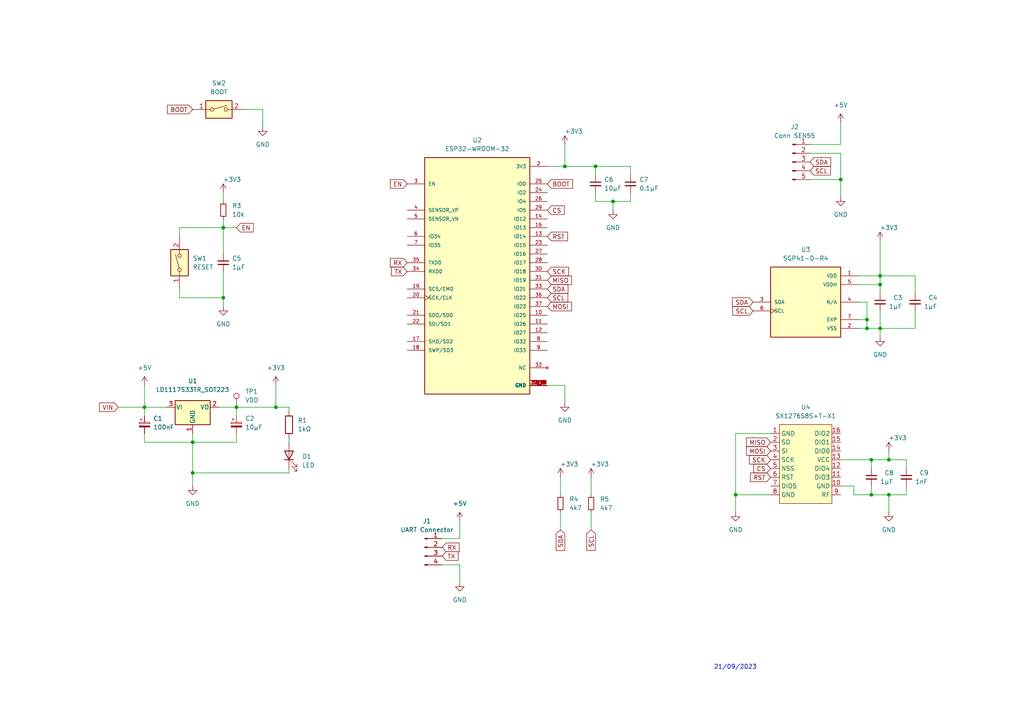
<source format=kicad_sch>
(kicad_sch (version 20211123) (generator eeschema)

  (uuid 9ae32ad8-1023-4c0f-908e-ebbda3fc82d1)

  (paper "A4")

  (lib_symbols
    (symbol "Connector:Conn_01x04_Male" (pin_names (offset 1.016) hide) (in_bom yes) (on_board yes)
      (property "Reference" "J" (id 0) (at 0 5.08 0)
        (effects (font (size 1.27 1.27)))
      )
      (property "Value" "Conn_01x04_Male" (id 1) (at 0 -7.62 0)
        (effects (font (size 1.27 1.27)))
      )
      (property "Footprint" "" (id 2) (at 0 0 0)
        (effects (font (size 1.27 1.27)) hide)
      )
      (property "Datasheet" "~" (id 3) (at 0 0 0)
        (effects (font (size 1.27 1.27)) hide)
      )
      (property "ki_keywords" "connector" (id 4) (at 0 0 0)
        (effects (font (size 1.27 1.27)) hide)
      )
      (property "ki_description" "Generic connector, single row, 01x04, script generated (kicad-library-utils/schlib/autogen/connector/)" (id 5) (at 0 0 0)
        (effects (font (size 1.27 1.27)) hide)
      )
      (property "ki_fp_filters" "Connector*:*_1x??_*" (id 6) (at 0 0 0)
        (effects (font (size 1.27 1.27)) hide)
      )
      (symbol "Conn_01x04_Male_1_1"
        (polyline
          (pts
            (xy 1.27 -5.08)
            (xy 0.8636 -5.08)
          )
          (stroke (width 0.1524) (type default) (color 0 0 0 0))
          (fill (type none))
        )
        (polyline
          (pts
            (xy 1.27 -2.54)
            (xy 0.8636 -2.54)
          )
          (stroke (width 0.1524) (type default) (color 0 0 0 0))
          (fill (type none))
        )
        (polyline
          (pts
            (xy 1.27 0)
            (xy 0.8636 0)
          )
          (stroke (width 0.1524) (type default) (color 0 0 0 0))
          (fill (type none))
        )
        (polyline
          (pts
            (xy 1.27 2.54)
            (xy 0.8636 2.54)
          )
          (stroke (width 0.1524) (type default) (color 0 0 0 0))
          (fill (type none))
        )
        (rectangle (start 0.8636 -4.953) (end 0 -5.207)
          (stroke (width 0.1524) (type default) (color 0 0 0 0))
          (fill (type outline))
        )
        (rectangle (start 0.8636 -2.413) (end 0 -2.667)
          (stroke (width 0.1524) (type default) (color 0 0 0 0))
          (fill (type outline))
        )
        (rectangle (start 0.8636 0.127) (end 0 -0.127)
          (stroke (width 0.1524) (type default) (color 0 0 0 0))
          (fill (type outline))
        )
        (rectangle (start 0.8636 2.667) (end 0 2.413)
          (stroke (width 0.1524) (type default) (color 0 0 0 0))
          (fill (type outline))
        )
        (pin passive line (at 5.08 2.54 180) (length 3.81)
          (name "Pin_1" (effects (font (size 1.27 1.27))))
          (number "1" (effects (font (size 1.27 1.27))))
        )
        (pin passive line (at 5.08 0 180) (length 3.81)
          (name "Pin_2" (effects (font (size 1.27 1.27))))
          (number "2" (effects (font (size 1.27 1.27))))
        )
        (pin passive line (at 5.08 -2.54 180) (length 3.81)
          (name "Pin_3" (effects (font (size 1.27 1.27))))
          (number "3" (effects (font (size 1.27 1.27))))
        )
        (pin passive line (at 5.08 -5.08 180) (length 3.81)
          (name "Pin_4" (effects (font (size 1.27 1.27))))
          (number "4" (effects (font (size 1.27 1.27))))
        )
      )
    )
    (symbol "Connector:Conn_01x05_Male" (pin_names (offset 1.016) hide) (in_bom yes) (on_board yes)
      (property "Reference" "J" (id 0) (at 0 7.62 0)
        (effects (font (size 1.27 1.27)))
      )
      (property "Value" "Conn_01x05_Male" (id 1) (at 0 -7.62 0)
        (effects (font (size 1.27 1.27)))
      )
      (property "Footprint" "" (id 2) (at 0 0 0)
        (effects (font (size 1.27 1.27)) hide)
      )
      (property "Datasheet" "~" (id 3) (at 0 0 0)
        (effects (font (size 1.27 1.27)) hide)
      )
      (property "ki_keywords" "connector" (id 4) (at 0 0 0)
        (effects (font (size 1.27 1.27)) hide)
      )
      (property "ki_description" "Generic connector, single row, 01x05, script generated (kicad-library-utils/schlib/autogen/connector/)" (id 5) (at 0 0 0)
        (effects (font (size 1.27 1.27)) hide)
      )
      (property "ki_fp_filters" "Connector*:*_1x??_*" (id 6) (at 0 0 0)
        (effects (font (size 1.27 1.27)) hide)
      )
      (symbol "Conn_01x05_Male_1_1"
        (polyline
          (pts
            (xy 1.27 -5.08)
            (xy 0.8636 -5.08)
          )
          (stroke (width 0.1524) (type default) (color 0 0 0 0))
          (fill (type none))
        )
        (polyline
          (pts
            (xy 1.27 -2.54)
            (xy 0.8636 -2.54)
          )
          (stroke (width 0.1524) (type default) (color 0 0 0 0))
          (fill (type none))
        )
        (polyline
          (pts
            (xy 1.27 0)
            (xy 0.8636 0)
          )
          (stroke (width 0.1524) (type default) (color 0 0 0 0))
          (fill (type none))
        )
        (polyline
          (pts
            (xy 1.27 2.54)
            (xy 0.8636 2.54)
          )
          (stroke (width 0.1524) (type default) (color 0 0 0 0))
          (fill (type none))
        )
        (polyline
          (pts
            (xy 1.27 5.08)
            (xy 0.8636 5.08)
          )
          (stroke (width 0.1524) (type default) (color 0 0 0 0))
          (fill (type none))
        )
        (rectangle (start 0.8636 -4.953) (end 0 -5.207)
          (stroke (width 0.1524) (type default) (color 0 0 0 0))
          (fill (type outline))
        )
        (rectangle (start 0.8636 -2.413) (end 0 -2.667)
          (stroke (width 0.1524) (type default) (color 0 0 0 0))
          (fill (type outline))
        )
        (rectangle (start 0.8636 0.127) (end 0 -0.127)
          (stroke (width 0.1524) (type default) (color 0 0 0 0))
          (fill (type outline))
        )
        (rectangle (start 0.8636 2.667) (end 0 2.413)
          (stroke (width 0.1524) (type default) (color 0 0 0 0))
          (fill (type outline))
        )
        (rectangle (start 0.8636 5.207) (end 0 4.953)
          (stroke (width 0.1524) (type default) (color 0 0 0 0))
          (fill (type outline))
        )
        (pin passive line (at 5.08 5.08 180) (length 3.81)
          (name "Pin_1" (effects (font (size 1.27 1.27))))
          (number "1" (effects (font (size 1.27 1.27))))
        )
        (pin passive line (at 5.08 2.54 180) (length 3.81)
          (name "Pin_2" (effects (font (size 1.27 1.27))))
          (number "2" (effects (font (size 1.27 1.27))))
        )
        (pin passive line (at 5.08 0 180) (length 3.81)
          (name "Pin_3" (effects (font (size 1.27 1.27))))
          (number "3" (effects (font (size 1.27 1.27))))
        )
        (pin passive line (at 5.08 -2.54 180) (length 3.81)
          (name "Pin_4" (effects (font (size 1.27 1.27))))
          (number "4" (effects (font (size 1.27 1.27))))
        )
        (pin passive line (at 5.08 -5.08 180) (length 3.81)
          (name "Pin_5" (effects (font (size 1.27 1.27))))
          (number "5" (effects (font (size 1.27 1.27))))
        )
      )
    )
    (symbol "Connector:TestPoint" (pin_numbers hide) (pin_names (offset 0.762) hide) (in_bom yes) (on_board yes)
      (property "Reference" "TP" (id 0) (at 0 6.858 0)
        (effects (font (size 1.27 1.27)))
      )
      (property "Value" "TestPoint" (id 1) (at 0 5.08 0)
        (effects (font (size 1.27 1.27)))
      )
      (property "Footprint" "" (id 2) (at 5.08 0 0)
        (effects (font (size 1.27 1.27)) hide)
      )
      (property "Datasheet" "~" (id 3) (at 5.08 0 0)
        (effects (font (size 1.27 1.27)) hide)
      )
      (property "ki_keywords" "test point tp" (id 4) (at 0 0 0)
        (effects (font (size 1.27 1.27)) hide)
      )
      (property "ki_description" "test point" (id 5) (at 0 0 0)
        (effects (font (size 1.27 1.27)) hide)
      )
      (property "ki_fp_filters" "Pin* Test*" (id 6) (at 0 0 0)
        (effects (font (size 1.27 1.27)) hide)
      )
      (symbol "TestPoint_0_1"
        (circle (center 0 3.302) (radius 0.762)
          (stroke (width 0) (type default) (color 0 0 0 0))
          (fill (type none))
        )
      )
      (symbol "TestPoint_1_1"
        (pin passive line (at 0 0 90) (length 2.54)
          (name "1" (effects (font (size 1.27 1.27))))
          (number "1" (effects (font (size 1.27 1.27))))
        )
      )
    )
    (symbol "Device:C_Polarized_Small" (pin_numbers hide) (pin_names (offset 0.254) hide) (in_bom yes) (on_board yes)
      (property "Reference" "C" (id 0) (at 0.254 1.778 0)
        (effects (font (size 1.27 1.27)) (justify left))
      )
      (property "Value" "C_Polarized_Small" (id 1) (at 0.254 -2.032 0)
        (effects (font (size 1.27 1.27)) (justify left))
      )
      (property "Footprint" "" (id 2) (at 0 0 0)
        (effects (font (size 1.27 1.27)) hide)
      )
      (property "Datasheet" "~" (id 3) (at 0 0 0)
        (effects (font (size 1.27 1.27)) hide)
      )
      (property "ki_keywords" "cap capacitor" (id 4) (at 0 0 0)
        (effects (font (size 1.27 1.27)) hide)
      )
      (property "ki_description" "Polarized capacitor, small symbol" (id 5) (at 0 0 0)
        (effects (font (size 1.27 1.27)) hide)
      )
      (property "ki_fp_filters" "CP_*" (id 6) (at 0 0 0)
        (effects (font (size 1.27 1.27)) hide)
      )
      (symbol "C_Polarized_Small_0_1"
        (rectangle (start -1.524 -0.3048) (end 1.524 -0.6858)
          (stroke (width 0) (type default) (color 0 0 0 0))
          (fill (type outline))
        )
        (rectangle (start -1.524 0.6858) (end 1.524 0.3048)
          (stroke (width 0) (type default) (color 0 0 0 0))
          (fill (type none))
        )
        (polyline
          (pts
            (xy -1.27 1.524)
            (xy -0.762 1.524)
          )
          (stroke (width 0) (type default) (color 0 0 0 0))
          (fill (type none))
        )
        (polyline
          (pts
            (xy -1.016 1.27)
            (xy -1.016 1.778)
          )
          (stroke (width 0) (type default) (color 0 0 0 0))
          (fill (type none))
        )
      )
      (symbol "C_Polarized_Small_1_1"
        (pin passive line (at 0 2.54 270) (length 1.8542)
          (name "~" (effects (font (size 1.27 1.27))))
          (number "1" (effects (font (size 1.27 1.27))))
        )
        (pin passive line (at 0 -2.54 90) (length 1.8542)
          (name "~" (effects (font (size 1.27 1.27))))
          (number "2" (effects (font (size 1.27 1.27))))
        )
      )
    )
    (symbol "Device:C_Small" (pin_numbers hide) (pin_names (offset 0.254) hide) (in_bom yes) (on_board yes)
      (property "Reference" "C" (id 0) (at 0.254 1.778 0)
        (effects (font (size 1.27 1.27)) (justify left))
      )
      (property "Value" "C_Small" (id 1) (at 0.254 -2.032 0)
        (effects (font (size 1.27 1.27)) (justify left))
      )
      (property "Footprint" "" (id 2) (at 0 0 0)
        (effects (font (size 1.27 1.27)) hide)
      )
      (property "Datasheet" "~" (id 3) (at 0 0 0)
        (effects (font (size 1.27 1.27)) hide)
      )
      (property "ki_keywords" "capacitor cap" (id 4) (at 0 0 0)
        (effects (font (size 1.27 1.27)) hide)
      )
      (property "ki_description" "Unpolarized capacitor, small symbol" (id 5) (at 0 0 0)
        (effects (font (size 1.27 1.27)) hide)
      )
      (property "ki_fp_filters" "C_*" (id 6) (at 0 0 0)
        (effects (font (size 1.27 1.27)) hide)
      )
      (symbol "C_Small_0_1"
        (polyline
          (pts
            (xy -1.524 -0.508)
            (xy 1.524 -0.508)
          )
          (stroke (width 0.3302) (type default) (color 0 0 0 0))
          (fill (type none))
        )
        (polyline
          (pts
            (xy -1.524 0.508)
            (xy 1.524 0.508)
          )
          (stroke (width 0.3048) (type default) (color 0 0 0 0))
          (fill (type none))
        )
      )
      (symbol "C_Small_1_1"
        (pin passive line (at 0 2.54 270) (length 2.032)
          (name "~" (effects (font (size 1.27 1.27))))
          (number "1" (effects (font (size 1.27 1.27))))
        )
        (pin passive line (at 0 -2.54 90) (length 2.032)
          (name "~" (effects (font (size 1.27 1.27))))
          (number "2" (effects (font (size 1.27 1.27))))
        )
      )
    )
    (symbol "Device:LED" (pin_numbers hide) (pin_names (offset 1.016) hide) (in_bom yes) (on_board yes)
      (property "Reference" "D" (id 0) (at 0 2.54 0)
        (effects (font (size 1.27 1.27)))
      )
      (property "Value" "LED" (id 1) (at 0 -2.54 0)
        (effects (font (size 1.27 1.27)))
      )
      (property "Footprint" "" (id 2) (at 0 0 0)
        (effects (font (size 1.27 1.27)) hide)
      )
      (property "Datasheet" "~" (id 3) (at 0 0 0)
        (effects (font (size 1.27 1.27)) hide)
      )
      (property "ki_keywords" "LED diode" (id 4) (at 0 0 0)
        (effects (font (size 1.27 1.27)) hide)
      )
      (property "ki_description" "Light emitting diode" (id 5) (at 0 0 0)
        (effects (font (size 1.27 1.27)) hide)
      )
      (property "ki_fp_filters" "LED* LED_SMD:* LED_THT:*" (id 6) (at 0 0 0)
        (effects (font (size 1.27 1.27)) hide)
      )
      (symbol "LED_0_1"
        (polyline
          (pts
            (xy -1.27 -1.27)
            (xy -1.27 1.27)
          )
          (stroke (width 0.254) (type default) (color 0 0 0 0))
          (fill (type none))
        )
        (polyline
          (pts
            (xy -1.27 0)
            (xy 1.27 0)
          )
          (stroke (width 0) (type default) (color 0 0 0 0))
          (fill (type none))
        )
        (polyline
          (pts
            (xy 1.27 -1.27)
            (xy 1.27 1.27)
            (xy -1.27 0)
            (xy 1.27 -1.27)
          )
          (stroke (width 0.254) (type default) (color 0 0 0 0))
          (fill (type none))
        )
        (polyline
          (pts
            (xy -3.048 -0.762)
            (xy -4.572 -2.286)
            (xy -3.81 -2.286)
            (xy -4.572 -2.286)
            (xy -4.572 -1.524)
          )
          (stroke (width 0) (type default) (color 0 0 0 0))
          (fill (type none))
        )
        (polyline
          (pts
            (xy -1.778 -0.762)
            (xy -3.302 -2.286)
            (xy -2.54 -2.286)
            (xy -3.302 -2.286)
            (xy -3.302 -1.524)
          )
          (stroke (width 0) (type default) (color 0 0 0 0))
          (fill (type none))
        )
      )
      (symbol "LED_1_1"
        (pin passive line (at -3.81 0 0) (length 2.54)
          (name "K" (effects (font (size 1.27 1.27))))
          (number "1" (effects (font (size 1.27 1.27))))
        )
        (pin passive line (at 3.81 0 180) (length 2.54)
          (name "A" (effects (font (size 1.27 1.27))))
          (number "2" (effects (font (size 1.27 1.27))))
        )
      )
    )
    (symbol "Device:R" (pin_numbers hide) (pin_names (offset 0)) (in_bom yes) (on_board yes)
      (property "Reference" "R" (id 0) (at 2.032 0 90)
        (effects (font (size 1.27 1.27)))
      )
      (property "Value" "R" (id 1) (at 0 0 90)
        (effects (font (size 1.27 1.27)))
      )
      (property "Footprint" "" (id 2) (at -1.778 0 90)
        (effects (font (size 1.27 1.27)) hide)
      )
      (property "Datasheet" "~" (id 3) (at 0 0 0)
        (effects (font (size 1.27 1.27)) hide)
      )
      (property "ki_keywords" "R res resistor" (id 4) (at 0 0 0)
        (effects (font (size 1.27 1.27)) hide)
      )
      (property "ki_description" "Resistor" (id 5) (at 0 0 0)
        (effects (font (size 1.27 1.27)) hide)
      )
      (property "ki_fp_filters" "R_*" (id 6) (at 0 0 0)
        (effects (font (size 1.27 1.27)) hide)
      )
      (symbol "R_0_1"
        (rectangle (start -1.016 -2.54) (end 1.016 2.54)
          (stroke (width 0.254) (type default) (color 0 0 0 0))
          (fill (type none))
        )
      )
      (symbol "R_1_1"
        (pin passive line (at 0 3.81 270) (length 1.27)
          (name "~" (effects (font (size 1.27 1.27))))
          (number "1" (effects (font (size 1.27 1.27))))
        )
        (pin passive line (at 0 -3.81 90) (length 1.27)
          (name "~" (effects (font (size 1.27 1.27))))
          (number "2" (effects (font (size 1.27 1.27))))
        )
      )
    )
    (symbol "Device:R_Small" (pin_numbers hide) (pin_names (offset 0.254) hide) (in_bom yes) (on_board yes)
      (property "Reference" "R" (id 0) (at 0.762 0.508 0)
        (effects (font (size 1.27 1.27)) (justify left))
      )
      (property "Value" "R_Small" (id 1) (at 0.762 -1.016 0)
        (effects (font (size 1.27 1.27)) (justify left))
      )
      (property "Footprint" "" (id 2) (at 0 0 0)
        (effects (font (size 1.27 1.27)) hide)
      )
      (property "Datasheet" "~" (id 3) (at 0 0 0)
        (effects (font (size 1.27 1.27)) hide)
      )
      (property "ki_keywords" "R resistor" (id 4) (at 0 0 0)
        (effects (font (size 1.27 1.27)) hide)
      )
      (property "ki_description" "Resistor, small symbol" (id 5) (at 0 0 0)
        (effects (font (size 1.27 1.27)) hide)
      )
      (property "ki_fp_filters" "R_*" (id 6) (at 0 0 0)
        (effects (font (size 1.27 1.27)) hide)
      )
      (symbol "R_Small_0_1"
        (rectangle (start -0.762 1.778) (end 0.762 -1.778)
          (stroke (width 0.2032) (type default) (color 0 0 0 0))
          (fill (type none))
        )
      )
      (symbol "R_Small_1_1"
        (pin passive line (at 0 2.54 270) (length 0.762)
          (name "~" (effects (font (size 1.27 1.27))))
          (number "1" (effects (font (size 1.27 1.27))))
        )
        (pin passive line (at 0 -2.54 90) (length 0.762)
          (name "~" (effects (font (size 1.27 1.27))))
          (number "2" (effects (font (size 1.27 1.27))))
        )
      )
    )
    (symbol "ESP32-aqs:ESP32-WROOM-32" (pin_names (offset 1.016)) (in_bom yes) (on_board yes)
      (property "Reference" "U" (id 0) (at -15.0359 36.6745 0)
        (effects (font (size 1.27 1.27)) (justify left bottom))
      )
      (property "Value" "ESP32-WROOM-32" (id 1) (at -15.2867 -35.6681 0)
        (effects (font (size 1.27 1.27)) (justify left bottom))
      )
      (property "Footprint" "ESP32-WROOM-32:MODULE_ESP32-WROOM-32" (id 2) (at 0 0 0)
        (effects (font (size 1.27 1.27)) (justify bottom) hide)
      )
      (property "Datasheet" "" (id 3) (at 0 0 0)
        (effects (font (size 1.27 1.27)) hide)
      )
      (property "MF" "Espressif Systems" (id 4) (at 0 0 0)
        (effects (font (size 1.27 1.27)) (justify bottom) hide)
      )
      (property "MAXIMUM_PACKAGE_HEIGHT" "3.2 mm" (id 5) (at 0 0 0)
        (effects (font (size 1.27 1.27)) (justify bottom) hide)
      )
      (property "Package" "Non Standard Espressif Systems" (id 6) (at 0 0 0)
        (effects (font (size 1.27 1.27)) (justify bottom) hide)
      )
      (property "Price" "None" (id 7) (at 0 0 0)
        (effects (font (size 1.27 1.27)) (justify bottom) hide)
      )
      (property "Check_prices" "https://www.snapeda.com/parts/ESP32-WROOM-32/Espressif+Systems/view-part/?ref=eda" (id 8) (at 0 0 0)
        (effects (font (size 1.27 1.27)) (justify bottom) hide)
      )
      (property "STANDARD" "Manufacturer Recommendations" (id 9) (at 0 0 0)
        (effects (font (size 1.27 1.27)) (justify bottom) hide)
      )
      (property "PARTREV" "2.9" (id 10) (at 0 0 0)
        (effects (font (size 1.27 1.27)) (justify bottom) hide)
      )
      (property "SnapEDA_Link" "https://www.snapeda.com/parts/ESP32-WROOM-32/Espressif+Systems/view-part/?ref=snap" (id 11) (at 0 0 0)
        (effects (font (size 1.27 1.27)) (justify bottom) hide)
      )
      (property "MP" "ESP32-WROOM-32" (id 12) (at 0 0 0)
        (effects (font (size 1.27 1.27)) (justify bottom) hide)
      )
      (property "Description" "\nBluetooth, WiFi 802.11b/g/n, Bluetooth v4.2 +EDR, Class 1, 2 and 3 Transceiver Module 2.4GHz ~ 2.5GHz Antenna Not Included, U.FL Surface Mount\n" (id 13) (at 0 0 0)
        (effects (font (size 1.27 1.27)) (justify bottom) hide)
      )
      (property "Availability" "Not in stock" (id 14) (at 0 0 0)
        (effects (font (size 1.27 1.27)) (justify bottom) hide)
      )
      (property "MANUFACTURER" "Espressif Systems" (id 15) (at 0 0 0)
        (effects (font (size 1.27 1.27)) (justify bottom) hide)
      )
      (symbol "ESP32-WROOM-32_0_0"
        (rectangle (start -15.24 -33.02) (end 15.24 35.56)
          (stroke (width 0.254) (type default) (color 0 0 0 0))
          (fill (type background))
        )
        (pin power_in line (at 20.32 -30.48 180) (length 5.08)
          (name "GND" (effects (font (size 1.016 1.016))))
          (number "1" (effects (font (size 1.016 1.016))))
        )
        (pin bidirectional line (at 20.32 -10.16 180) (length 5.08)
          (name "IO25" (effects (font (size 1.016 1.016))))
          (number "10" (effects (font (size 1.016 1.016))))
        )
        (pin bidirectional line (at 20.32 -12.7 180) (length 5.08)
          (name "IO26" (effects (font (size 1.016 1.016))))
          (number "11" (effects (font (size 1.016 1.016))))
        )
        (pin bidirectional line (at 20.32 -15.24 180) (length 5.08)
          (name "IO27" (effects (font (size 1.016 1.016))))
          (number "12" (effects (font (size 1.016 1.016))))
        )
        (pin bidirectional line (at 20.32 12.7 180) (length 5.08)
          (name "IO14" (effects (font (size 1.016 1.016))))
          (number "13" (effects (font (size 1.016 1.016))))
        )
        (pin bidirectional line (at 20.32 17.78 180) (length 5.08)
          (name "IO12" (effects (font (size 1.016 1.016))))
          (number "14" (effects (font (size 1.016 1.016))))
        )
        (pin power_in line (at 20.32 -30.48 180) (length 5.08)
          (name "GND" (effects (font (size 1.016 1.016))))
          (number "15" (effects (font (size 1.016 1.016))))
        )
        (pin bidirectional line (at 20.32 15.24 180) (length 5.08)
          (name "IO13" (effects (font (size 1.016 1.016))))
          (number "16" (effects (font (size 1.016 1.016))))
        )
        (pin bidirectional line (at -20.32 -17.78 0) (length 5.08)
          (name "SHD/SD2" (effects (font (size 1.016 1.016))))
          (number "17" (effects (font (size 1.016 1.016))))
        )
        (pin bidirectional line (at -20.32 -20.32 0) (length 5.08)
          (name "SWP/SD3" (effects (font (size 1.016 1.016))))
          (number "18" (effects (font (size 1.016 1.016))))
        )
        (pin bidirectional line (at -20.32 -2.54 0) (length 5.08)
          (name "SCS/CMD" (effects (font (size 1.016 1.016))))
          (number "19" (effects (font (size 1.016 1.016))))
        )
        (pin power_in line (at 20.32 33.02 180) (length 5.08)
          (name "3V3" (effects (font (size 1.016 1.016))))
          (number "2" (effects (font (size 1.016 1.016))))
        )
        (pin bidirectional clock (at -20.32 -5.08 0) (length 5.08)
          (name "SCK/CLK" (effects (font (size 1.016 1.016))))
          (number "20" (effects (font (size 1.016 1.016))))
        )
        (pin bidirectional line (at -20.32 -10.16 0) (length 5.08)
          (name "SDO/SD0" (effects (font (size 1.016 1.016))))
          (number "21" (effects (font (size 1.016 1.016))))
        )
        (pin bidirectional line (at -20.32 -12.7 0) (length 5.08)
          (name "SDI/SD1" (effects (font (size 1.016 1.016))))
          (number "22" (effects (font (size 1.016 1.016))))
        )
        (pin bidirectional line (at 20.32 10.16 180) (length 5.08)
          (name "IO15" (effects (font (size 1.016 1.016))))
          (number "23" (effects (font (size 1.016 1.016))))
        )
        (pin bidirectional line (at 20.32 25.4 180) (length 5.08)
          (name "IO2" (effects (font (size 1.016 1.016))))
          (number "24" (effects (font (size 1.016 1.016))))
        )
        (pin bidirectional line (at 20.32 27.94 180) (length 5.08)
          (name "IO0" (effects (font (size 1.016 1.016))))
          (number "25" (effects (font (size 1.016 1.016))))
        )
        (pin bidirectional line (at 20.32 22.86 180) (length 5.08)
          (name "IO4" (effects (font (size 1.016 1.016))))
          (number "26" (effects (font (size 1.016 1.016))))
        )
        (pin bidirectional line (at 20.32 7.62 180) (length 5.08)
          (name "IO16" (effects (font (size 1.016 1.016))))
          (number "27" (effects (font (size 1.016 1.016))))
        )
        (pin bidirectional line (at 20.32 5.08 180) (length 5.08)
          (name "IO17" (effects (font (size 1.016 1.016))))
          (number "28" (effects (font (size 1.016 1.016))))
        )
        (pin bidirectional line (at 20.32 20.32 180) (length 5.08)
          (name "IO5" (effects (font (size 1.016 1.016))))
          (number "29" (effects (font (size 1.016 1.016))))
        )
        (pin input line (at -20.32 27.94 0) (length 5.08)
          (name "EN" (effects (font (size 1.016 1.016))))
          (number "3" (effects (font (size 1.016 1.016))))
        )
        (pin bidirectional line (at 20.32 2.54 180) (length 5.08)
          (name "IO18" (effects (font (size 1.016 1.016))))
          (number "30" (effects (font (size 1.016 1.016))))
        )
        (pin bidirectional line (at 20.32 0 180) (length 5.08)
          (name "IO19" (effects (font (size 1.016 1.016))))
          (number "31" (effects (font (size 1.016 1.016))))
        )
        (pin no_connect line (at 20.32 -25.4 180) (length 5.08)
          (name "NC" (effects (font (size 1.016 1.016))))
          (number "32" (effects (font (size 1.016 1.016))))
        )
        (pin bidirectional line (at 20.32 -2.54 180) (length 5.08)
          (name "IO21" (effects (font (size 1.016 1.016))))
          (number "33" (effects (font (size 1.016 1.016))))
        )
        (pin bidirectional line (at -20.32 2.54 0) (length 5.08)
          (name "RXD0" (effects (font (size 1.016 1.016))))
          (number "34" (effects (font (size 1.016 1.016))))
        )
        (pin bidirectional line (at -20.32 5.08 0) (length 5.08)
          (name "TXD0" (effects (font (size 1.016 1.016))))
          (number "35" (effects (font (size 1.016 1.016))))
        )
        (pin bidirectional line (at 20.32 -5.08 180) (length 5.08)
          (name "IO22" (effects (font (size 1.016 1.016))))
          (number "36" (effects (font (size 1.016 1.016))))
        )
        (pin bidirectional line (at 20.32 -7.62 180) (length 5.08)
          (name "IO23" (effects (font (size 1.016 1.016))))
          (number "37" (effects (font (size 1.016 1.016))))
        )
        (pin power_in line (at 20.32 -30.48 180) (length 5.08)
          (name "GND" (effects (font (size 1.016 1.016))))
          (number "38" (effects (font (size 1.016 1.016))))
        )
        (pin power_in line (at 20.32 -30.48 180) (length 5.08)
          (name "GND" (effects (font (size 1.016 1.016))))
          (number "39_1" (effects (font (size 1.016 1.016))))
        )
        (pin power_in line (at 20.32 -30.48 180) (length 5.08)
          (name "GND" (effects (font (size 1.016 1.016))))
          (number "39_10" (effects (font (size 1.016 1.016))))
        )
        (pin power_in line (at 20.32 -30.48 180) (length 5.08)
          (name "GND" (effects (font (size 1.016 1.016))))
          (number "39_11" (effects (font (size 1.016 1.016))))
        )
        (pin power_in line (at 20.32 -30.48 180) (length 5.08)
          (name "GND" (effects (font (size 1.016 1.016))))
          (number "39_12" (effects (font (size 1.016 1.016))))
        )
        (pin power_in line (at 20.32 -30.48 180) (length 5.08)
          (name "GND" (effects (font (size 1.016 1.016))))
          (number "39_13" (effects (font (size 1.016 1.016))))
        )
        (pin power_in line (at 20.32 -30.48 180) (length 5.08)
          (name "GND" (effects (font (size 1.016 1.016))))
          (number "39_14" (effects (font (size 1.016 1.016))))
        )
        (pin power_in line (at 20.32 -30.48 180) (length 5.08)
          (name "GND" (effects (font (size 1.016 1.016))))
          (number "39_15" (effects (font (size 1.016 1.016))))
        )
        (pin power_in line (at 20.32 -30.48 180) (length 5.08)
          (name "GND" (effects (font (size 1.016 1.016))))
          (number "39_16" (effects (font (size 1.016 1.016))))
        )
        (pin power_in line (at 20.32 -30.48 180) (length 5.08)
          (name "GND" (effects (font (size 1.016 1.016))))
          (number "39_17" (effects (font (size 1.016 1.016))))
        )
        (pin power_in line (at 20.32 -30.48 180) (length 5.08)
          (name "GND" (effects (font (size 1.016 1.016))))
          (number "39_18" (effects (font (size 1.016 1.016))))
        )
        (pin power_in line (at 20.32 -30.48 180) (length 5.08)
          (name "GND" (effects (font (size 1.016 1.016))))
          (number "39_19" (effects (font (size 1.016 1.016))))
        )
        (pin power_in line (at 20.32 -30.48 180) (length 5.08)
          (name "GND" (effects (font (size 1.016 1.016))))
          (number "39_2" (effects (font (size 1.016 1.016))))
        )
        (pin power_in line (at 20.32 -30.48 180) (length 5.08)
          (name "GND" (effects (font (size 1.016 1.016))))
          (number "39_20" (effects (font (size 1.016 1.016))))
        )
        (pin power_in line (at 20.32 -30.48 180) (length 5.08)
          (name "GND" (effects (font (size 1.016 1.016))))
          (number "39_21" (effects (font (size 1.016 1.016))))
        )
        (pin power_in line (at 20.32 -30.48 180) (length 5.08)
          (name "GND" (effects (font (size 1.016 1.016))))
          (number "39_3" (effects (font (size 1.016 1.016))))
        )
        (pin power_in line (at 20.32 -30.48 180) (length 5.08)
          (name "GND" (effects (font (size 1.016 1.016))))
          (number "39_4" (effects (font (size 1.016 1.016))))
        )
        (pin power_in line (at 20.32 -30.48 180) (length 5.08)
          (name "GND" (effects (font (size 1.016 1.016))))
          (number "39_5" (effects (font (size 1.016 1.016))))
        )
        (pin power_in line (at 20.32 -30.48 180) (length 5.08)
          (name "GND" (effects (font (size 1.016 1.016))))
          (number "39_6" (effects (font (size 1.016 1.016))))
        )
        (pin power_in line (at 20.32 -30.48 180) (length 5.08)
          (name "GND" (effects (font (size 1.016 1.016))))
          (number "39_7" (effects (font (size 1.016 1.016))))
        )
        (pin power_in line (at 20.32 -30.48 180) (length 5.08)
          (name "GND" (effects (font (size 1.016 1.016))))
          (number "39_8" (effects (font (size 1.016 1.016))))
        )
        (pin power_in line (at 20.32 -30.48 180) (length 5.08)
          (name "GND" (effects (font (size 1.016 1.016))))
          (number "39_9" (effects (font (size 1.016 1.016))))
        )
        (pin input line (at -20.32 20.32 0) (length 5.08)
          (name "SENSOR_VP" (effects (font (size 1.016 1.016))))
          (number "4" (effects (font (size 1.016 1.016))))
        )
        (pin input line (at -20.32 17.78 0) (length 5.08)
          (name "SENSOR_VN" (effects (font (size 1.016 1.016))))
          (number "5" (effects (font (size 1.016 1.016))))
        )
        (pin input line (at -20.32 12.7 0) (length 5.08)
          (name "IO34" (effects (font (size 1.016 1.016))))
          (number "6" (effects (font (size 1.016 1.016))))
        )
        (pin input line (at -20.32 10.16 0) (length 5.08)
          (name "IO35" (effects (font (size 1.016 1.016))))
          (number "7" (effects (font (size 1.016 1.016))))
        )
        (pin bidirectional line (at 20.32 -17.78 180) (length 5.08)
          (name "IO32" (effects (font (size 1.016 1.016))))
          (number "8" (effects (font (size 1.016 1.016))))
        )
        (pin bidirectional line (at 20.32 -20.32 180) (length 5.08)
          (name "IO33" (effects (font (size 1.016 1.016))))
          (number "9" (effects (font (size 1.016 1.016))))
        )
      )
    )
    (symbol "ESP32-aqs:SGP41-D-R4" (pin_names (offset 1.016)) (in_bom yes) (on_board yes)
      (property "Reference" "U" (id 0) (at -10.16 10.922 0)
        (effects (font (size 1.27 1.27)) (justify left bottom))
      )
      (property "Value" "SGP41-D-R4" (id 1) (at -10.16 -10.922 0)
        (effects (font (size 1.27 1.27)) (justify left top))
      )
      (property "Footprint" "XDCR_SGP41-D-R4" (id 2) (at 0 0 0)
        (effects (font (size 1.27 1.27)) (justify bottom) hide)
      )
      (property "Datasheet" "" (id 3) (at 0 0 0)
        (effects (font (size 1.27 1.27)) hide)
      )
      (property "STANDARD" "Manufacturer Recommendations" (id 4) (at 0 0 0)
        (effects (font (size 1.27 1.27)) (justify bottom) hide)
      )
      (property "PARTREV" "1.0" (id 5) (at 0 0 0)
        (effects (font (size 1.27 1.27)) (justify bottom) hide)
      )
      (property "MANUFACTURER" "Sensirion" (id 6) (at 0 0 0)
        (effects (font (size 1.27 1.27)) (justify bottom) hide)
      )
      (property "MAXIMUM_PACKAGE_HEIGHT" "0.95 mm" (id 7) (at 0 0 0)
        (effects (font (size 1.27 1.27)) (justify bottom) hide)
      )
      (symbol "SGP41-D-R4_0_0"
        (rectangle (start -10.16 -10.16) (end 10.16 10.16)
          (stroke (width 0.254) (type default) (color 0 0 0 0))
          (fill (type background))
        )
        (pin power_in line (at 15.24 7.62 180) (length 5.08)
          (name "VDD" (effects (font (size 1.016 1.016))))
          (number "1" (effects (font (size 1.016 1.016))))
        )
        (pin power_in line (at 15.24 -7.62 180) (length 5.08)
          (name "VSS" (effects (font (size 1.016 1.016))))
          (number "2" (effects (font (size 1.016 1.016))))
        )
        (pin bidirectional line (at -15.24 0 0) (length 5.08)
          (name "SDA" (effects (font (size 1.016 1.016))))
          (number "3" (effects (font (size 1.016 1.016))))
        )
        (pin passive line (at 15.24 0 180) (length 5.08)
          (name "N/A" (effects (font (size 1.016 1.016))))
          (number "4" (effects (font (size 1.016 1.016))))
        )
        (pin power_in line (at 15.24 5.08 180) (length 5.08)
          (name "VDDH" (effects (font (size 1.016 1.016))))
          (number "5" (effects (font (size 1.016 1.016))))
        )
        (pin bidirectional clock (at -15.24 -2.54 0) (length 5.08)
          (name "SCL" (effects (font (size 1.016 1.016))))
          (number "6" (effects (font (size 1.016 1.016))))
        )
        (pin power_in line (at 15.24 -5.08 180) (length 5.08)
          (name "EXP" (effects (font (size 1.016 1.016))))
          (number "7" (effects (font (size 1.016 1.016))))
        )
      )
    )
    (symbol "ESP32-aqs:SX1276S8S+T-X1" (in_bom yes) (on_board yes)
      (property "Reference" "U" (id 0) (at -1.27 13.97 0)
        (effects (font (size 1.27 1.27)))
      )
      (property "Value" "SX1276S8S+T-X1" (id 1) (at 0 11.43 0)
        (effects (font (size 1.27 1.27)))
      )
      (property "Footprint" "" (id 2) (at 0 0 0)
        (effects (font (size 1.27 1.27)) hide)
      )
      (property "Datasheet" "" (id 3) (at 0 0 0)
        (effects (font (size 1.27 1.27)) hide)
      )
      (symbol "SX1276S8S+T-X1_0_1"
        (rectangle (start -7.62 10.16) (end 7.62 -12.7)
          (stroke (width 0) (type default) (color 0 0 0 0))
          (fill (type background))
        )
      )
      (symbol "SX1276S8S+T-X1_1_1"
        (pin input line (at -10.16 7.62 0) (length 2.54)
          (name "GND" (effects (font (size 1.27 1.27))))
          (number "1" (effects (font (size 1.27 1.27))))
        )
        (pin input line (at 10.16 -7.62 180) (length 2.54)
          (name "GND" (effects (font (size 1.27 1.27))))
          (number "10" (effects (font (size 1.27 1.27))))
        )
        (pin input line (at 10.16 -5.08 180) (length 2.54)
          (name "DIO3" (effects (font (size 1.27 1.27))))
          (number "11" (effects (font (size 1.27 1.27))))
        )
        (pin input line (at 10.16 -2.54 180) (length 2.54)
          (name "DIO4" (effects (font (size 1.27 1.27))))
          (number "12" (effects (font (size 1.27 1.27))))
        )
        (pin input line (at 10.16 0 180) (length 2.54)
          (name "VCC" (effects (font (size 1.27 1.27))))
          (number "13" (effects (font (size 1.27 1.27))))
        )
        (pin input line (at 10.16 2.54 180) (length 2.54)
          (name "DIO0" (effects (font (size 1.27 1.27))))
          (number "14" (effects (font (size 1.27 1.27))))
        )
        (pin input line (at 10.16 5.08 180) (length 2.54)
          (name "DIO1" (effects (font (size 1.27 1.27))))
          (number "15" (effects (font (size 1.27 1.27))))
        )
        (pin input line (at 10.16 7.62 180) (length 2.54)
          (name "DIO2" (effects (font (size 1.27 1.27))))
          (number "16" (effects (font (size 1.27 1.27))))
        )
        (pin input line (at -10.16 5.08 0) (length 2.54)
          (name "SO" (effects (font (size 1.27 1.27))))
          (number "2" (effects (font (size 1.27 1.27))))
        )
        (pin input line (at -10.16 2.54 0) (length 2.54)
          (name "SI" (effects (font (size 1.27 1.27))))
          (number "3" (effects (font (size 1.27 1.27))))
        )
        (pin input line (at -10.16 0 0) (length 2.54)
          (name "SCK" (effects (font (size 1.27 1.27))))
          (number "4" (effects (font (size 1.27 1.27))))
        )
        (pin input line (at -10.16 -2.54 0) (length 2.54)
          (name "NSS" (effects (font (size 1.27 1.27))))
          (number "5" (effects (font (size 1.27 1.27))))
        )
        (pin input line (at -10.16 -5.08 0) (length 2.54)
          (name "RST" (effects (font (size 1.27 1.27))))
          (number "6" (effects (font (size 1.27 1.27))))
        )
        (pin input line (at -10.16 -7.62 0) (length 2.54)
          (name "DIO5" (effects (font (size 1.27 1.27))))
          (number "7" (effects (font (size 1.27 1.27))))
        )
        (pin input line (at -10.16 -10.16 0) (length 2.54)
          (name "GND" (effects (font (size 1.27 1.27))))
          (number "8" (effects (font (size 1.27 1.27))))
        )
        (pin input line (at 10.16 -10.16 180) (length 2.54)
          (name "RF" (effects (font (size 1.27 1.27))))
          (number "9" (effects (font (size 1.27 1.27))))
        )
      )
    )
    (symbol "LUYTSM:LD1117S33TR_SOT223" (pin_names (offset 0.254)) (in_bom yes) (on_board yes)
      (property "Reference" "U1" (id 0) (at 0 7.62 0)
        (effects (font (size 1.27 1.27)))
      )
      (property "Value" "LD1117S33TR_SOT223" (id 1) (at 0 5.08 0)
        (effects (font (size 1.27 1.27)))
      )
      (property "Footprint" "Package_TO_SOT_SMD:SOT-223-3_TabPin2" (id 2) (at 0 5.08 0)
        (effects (font (size 1.27 1.27)) hide)
      )
      (property "Datasheet" "http://www.st.com/st-web-ui/static/active/en/resource/technical/document/datasheet/CD00000544.pdf" (id 3) (at 2.54 -6.35 0)
        (effects (font (size 1.27 1.27)) hide)
      )
      (property "ki_keywords" "REGULATOR LDO 3.3V" (id 4) (at 0 0 0)
        (effects (font (size 1.27 1.27)) hide)
      )
      (property "ki_description" "800mA Fixed Low Drop Positive Voltage Regulator, Fixed Output 3.3V, SOT-223" (id 5) (at 0 0 0)
        (effects (font (size 1.27 1.27)) hide)
      )
      (property "ki_fp_filters" "SOT?223*TabPin2*" (id 6) (at 0 0 0)
        (effects (font (size 1.27 1.27)) hide)
      )
      (symbol "LD1117S33TR_SOT223_0_1"
        (rectangle (start -5.08 -5.08) (end 5.08 1.905)
          (stroke (width 0.254) (type default) (color 0 0 0 0))
          (fill (type background))
        )
      )
      (symbol "LD1117S33TR_SOT223_1_1"
        (pin power_in line (at 0 -7.62 90) (length 2.54)
          (name "GND" (effects (font (size 1.27 1.27))))
          (number "1" (effects (font (size 1.27 1.27))))
        )
        (pin power_out line (at 7.62 0 180) (length 2.54)
          (name "VO" (effects (font (size 1.27 1.27))))
          (number "2" (effects (font (size 1.27 1.27))))
        )
        (pin power_in line (at -7.62 0 0) (length 2.54)
          (name "VI" (effects (font (size 1.27 1.27))))
          (number "3" (effects (font (size 1.27 1.27))))
        )
      )
    )
    (symbol "Switch:SW_DIP_x01" (pin_names (offset 0) hide) (in_bom yes) (on_board yes)
      (property "Reference" "SW" (id 0) (at 0 3.81 0)
        (effects (font (size 1.27 1.27)))
      )
      (property "Value" "SW_DIP_x01" (id 1) (at 0 -3.81 0)
        (effects (font (size 1.27 1.27)))
      )
      (property "Footprint" "" (id 2) (at 0 0 0)
        (effects (font (size 1.27 1.27)) hide)
      )
      (property "Datasheet" "~" (id 3) (at 0 0 0)
        (effects (font (size 1.27 1.27)) hide)
      )
      (property "ki_keywords" "dip switch" (id 4) (at 0 0 0)
        (effects (font (size 1.27 1.27)) hide)
      )
      (property "ki_description" "1x DIP Switch, Single Pole Single Throw (SPST) switch, small symbol" (id 5) (at 0 0 0)
        (effects (font (size 1.27 1.27)) hide)
      )
      (property "ki_fp_filters" "SW?DIP?x1*" (id 6) (at 0 0 0)
        (effects (font (size 1.27 1.27)) hide)
      )
      (symbol "SW_DIP_x01_0_0"
        (circle (center -2.032 0) (radius 0.508)
          (stroke (width 0) (type default) (color 0 0 0 0))
          (fill (type none))
        )
        (polyline
          (pts
            (xy -1.524 0.127)
            (xy 2.3622 1.1684)
          )
          (stroke (width 0) (type default) (color 0 0 0 0))
          (fill (type none))
        )
        (circle (center 2.032 0) (radius 0.508)
          (stroke (width 0) (type default) (color 0 0 0 0))
          (fill (type none))
        )
      )
      (symbol "SW_DIP_x01_0_1"
        (rectangle (start -3.81 2.54) (end 3.81 -2.54)
          (stroke (width 0.254) (type default) (color 0 0 0 0))
          (fill (type background))
        )
      )
      (symbol "SW_DIP_x01_1_1"
        (pin passive line (at -7.62 0 0) (length 5.08)
          (name "~" (effects (font (size 1.27 1.27))))
          (number "1" (effects (font (size 1.27 1.27))))
        )
        (pin passive line (at 7.62 0 180) (length 5.08)
          (name "~" (effects (font (size 1.27 1.27))))
          (number "2" (effects (font (size 1.27 1.27))))
        )
      )
    )
    (symbol "power:+3.3V" (power) (pin_names (offset 0)) (in_bom yes) (on_board yes)
      (property "Reference" "#PWR" (id 0) (at 0 -3.81 0)
        (effects (font (size 1.27 1.27)) hide)
      )
      (property "Value" "+3.3V" (id 1) (at 0 3.556 0)
        (effects (font (size 1.27 1.27)))
      )
      (property "Footprint" "" (id 2) (at 0 0 0)
        (effects (font (size 1.27 1.27)) hide)
      )
      (property "Datasheet" "" (id 3) (at 0 0 0)
        (effects (font (size 1.27 1.27)) hide)
      )
      (property "ki_keywords" "power-flag" (id 4) (at 0 0 0)
        (effects (font (size 1.27 1.27)) hide)
      )
      (property "ki_description" "Power symbol creates a global label with name \"+3.3V\"" (id 5) (at 0 0 0)
        (effects (font (size 1.27 1.27)) hide)
      )
      (symbol "+3.3V_0_1"
        (polyline
          (pts
            (xy -0.762 1.27)
            (xy 0 2.54)
          )
          (stroke (width 0) (type default) (color 0 0 0 0))
          (fill (type none))
        )
        (polyline
          (pts
            (xy 0 0)
            (xy 0 2.54)
          )
          (stroke (width 0) (type default) (color 0 0 0 0))
          (fill (type none))
        )
        (polyline
          (pts
            (xy 0 2.54)
            (xy 0.762 1.27)
          )
          (stroke (width 0) (type default) (color 0 0 0 0))
          (fill (type none))
        )
      )
      (symbol "+3.3V_1_1"
        (pin power_in line (at 0 0 90) (length 0) hide
          (name "+3V3" (effects (font (size 1.27 1.27))))
          (number "1" (effects (font (size 1.27 1.27))))
        )
      )
    )
    (symbol "power:+3V3" (power) (pin_names (offset 0)) (in_bom yes) (on_board yes)
      (property "Reference" "#PWR" (id 0) (at 0 -3.81 0)
        (effects (font (size 1.27 1.27)) hide)
      )
      (property "Value" "+3V3" (id 1) (at 0 3.556 0)
        (effects (font (size 1.27 1.27)))
      )
      (property "Footprint" "" (id 2) (at 0 0 0)
        (effects (font (size 1.27 1.27)) hide)
      )
      (property "Datasheet" "" (id 3) (at 0 0 0)
        (effects (font (size 1.27 1.27)) hide)
      )
      (property "ki_keywords" "global power" (id 4) (at 0 0 0)
        (effects (font (size 1.27 1.27)) hide)
      )
      (property "ki_description" "Power symbol creates a global label with name \"+3V3\"" (id 5) (at 0 0 0)
        (effects (font (size 1.27 1.27)) hide)
      )
      (symbol "+3V3_0_1"
        (polyline
          (pts
            (xy -0.762 1.27)
            (xy 0 2.54)
          )
          (stroke (width 0) (type default) (color 0 0 0 0))
          (fill (type none))
        )
        (polyline
          (pts
            (xy 0 0)
            (xy 0 2.54)
          )
          (stroke (width 0) (type default) (color 0 0 0 0))
          (fill (type none))
        )
        (polyline
          (pts
            (xy 0 2.54)
            (xy 0.762 1.27)
          )
          (stroke (width 0) (type default) (color 0 0 0 0))
          (fill (type none))
        )
      )
      (symbol "+3V3_1_1"
        (pin power_in line (at 0 0 90) (length 0) hide
          (name "+3V3" (effects (font (size 1.27 1.27))))
          (number "1" (effects (font (size 1.27 1.27))))
        )
      )
    )
    (symbol "power:+5V" (power) (pin_names (offset 0)) (in_bom yes) (on_board yes)
      (property "Reference" "#PWR" (id 0) (at 0 -3.81 0)
        (effects (font (size 1.27 1.27)) hide)
      )
      (property "Value" "+5V" (id 1) (at 0 3.556 0)
        (effects (font (size 1.27 1.27)))
      )
      (property "Footprint" "" (id 2) (at 0 0 0)
        (effects (font (size 1.27 1.27)) hide)
      )
      (property "Datasheet" "" (id 3) (at 0 0 0)
        (effects (font (size 1.27 1.27)) hide)
      )
      (property "ki_keywords" "global power" (id 4) (at 0 0 0)
        (effects (font (size 1.27 1.27)) hide)
      )
      (property "ki_description" "Power symbol creates a global label with name \"+5V\"" (id 5) (at 0 0 0)
        (effects (font (size 1.27 1.27)) hide)
      )
      (symbol "+5V_0_1"
        (polyline
          (pts
            (xy -0.762 1.27)
            (xy 0 2.54)
          )
          (stroke (width 0) (type default) (color 0 0 0 0))
          (fill (type none))
        )
        (polyline
          (pts
            (xy 0 0)
            (xy 0 2.54)
          )
          (stroke (width 0) (type default) (color 0 0 0 0))
          (fill (type none))
        )
        (polyline
          (pts
            (xy 0 2.54)
            (xy 0.762 1.27)
          )
          (stroke (width 0) (type default) (color 0 0 0 0))
          (fill (type none))
        )
      )
      (symbol "+5V_1_1"
        (pin power_in line (at 0 0 90) (length 0) hide
          (name "+5V" (effects (font (size 1.27 1.27))))
          (number "1" (effects (font (size 1.27 1.27))))
        )
      )
    )
    (symbol "power:GND" (power) (pin_names (offset 0)) (in_bom yes) (on_board yes)
      (property "Reference" "#PWR" (id 0) (at 0 -6.35 0)
        (effects (font (size 1.27 1.27)) hide)
      )
      (property "Value" "GND" (id 1) (at 0 -3.81 0)
        (effects (font (size 1.27 1.27)))
      )
      (property "Footprint" "" (id 2) (at 0 0 0)
        (effects (font (size 1.27 1.27)) hide)
      )
      (property "Datasheet" "" (id 3) (at 0 0 0)
        (effects (font (size 1.27 1.27)) hide)
      )
      (property "ki_keywords" "power-flag" (id 4) (at 0 0 0)
        (effects (font (size 1.27 1.27)) hide)
      )
      (property "ki_description" "Power symbol creates a global label with name \"GND\" , ground" (id 5) (at 0 0 0)
        (effects (font (size 1.27 1.27)) hide)
      )
      (symbol "GND_0_1"
        (polyline
          (pts
            (xy 0 0)
            (xy 0 -1.27)
            (xy 1.27 -1.27)
            (xy 0 -2.54)
            (xy -1.27 -1.27)
            (xy 0 -1.27)
          )
          (stroke (width 0) (type default) (color 0 0 0 0))
          (fill (type none))
        )
      )
      (symbol "GND_1_1"
        (pin power_in line (at 0 0 270) (length 0) hide
          (name "GND" (effects (font (size 1.27 1.27))))
          (number "1" (effects (font (size 1.27 1.27))))
        )
      )
    )
  )

  (junction (at 80.01 118.11) (diameter 0) (color 0 0 0 0)
    (uuid 04d5d418-64a1-4dfd-bd0f-3059a9de0aaa)
  )
  (junction (at 64.77 66.04) (diameter 0) (color 0 0 0 0)
    (uuid 05d2e980-3989-4323-8eaa-55cd9a41f586)
  )
  (junction (at 257.81 143.51) (diameter 0) (color 0 0 0 0)
    (uuid 0c07e691-0efc-47af-ae13-5c69aa17d98f)
  )
  (junction (at 41.91 118.11) (diameter 0) (color 0 0 0 0)
    (uuid 14c1ab85-5035-4ccf-a6a7-c95aa72e22bd)
  )
  (junction (at 251.46 95.25) (diameter 0) (color 0 0 0 0)
    (uuid 2e4dba69-b1fa-46b8-b6b5-40ccd9b5077e)
  )
  (junction (at 68.58 118.11) (diameter 0) (color 0 0 0 0)
    (uuid 2ef8a7e8-0f73-4f45-bac2-44f1e7a6b855)
  )
  (junction (at 252.73 143.51) (diameter 0) (color 0 0 0 0)
    (uuid 362b9008-2f5c-4a4d-942a-8f70aa23b692)
  )
  (junction (at 177.8 58.42) (diameter 0) (color 0 0 0 0)
    (uuid 3dabe569-f652-4cb5-b017-3b5bab6b3203)
  )
  (junction (at 55.88 128.27) (diameter 0) (color 0 0 0 0)
    (uuid 4551f5de-9b29-4984-a7b5-a938b09ecaf2)
  )
  (junction (at 55.88 137.16) (diameter 0) (color 0 0 0 0)
    (uuid 4c0e84b5-6ebc-4265-9e27-4b01f8aa731c)
  )
  (junction (at 255.27 95.25) (diameter 0) (color 0 0 0 0)
    (uuid 6a9e6979-b3a8-4ea5-8f8b-88e8f45a5109)
  )
  (junction (at 172.72 48.26) (diameter 0) (color 0 0 0 0)
    (uuid 700ca611-b4de-4ed5-b46f-73f555ab4a9a)
  )
  (junction (at 252.73 133.35) (diameter 0) (color 0 0 0 0)
    (uuid 85c3b335-26d0-40fd-8748-1f3197c76cbd)
  )
  (junction (at 255.27 80.01) (diameter 0) (color 0 0 0 0)
    (uuid 918b0765-a68d-48d7-be4a-1cff7fdd1916)
  )
  (junction (at 257.81 133.35) (diameter 0) (color 0 0 0 0)
    (uuid 9384587c-5ead-4176-aaa6-3ca95a1f6283)
  )
  (junction (at 213.36 143.51) (diameter 0) (color 0 0 0 0)
    (uuid 9536d6c1-61b2-4695-8096-0e9dc874eec9)
  )
  (junction (at 255.27 82.55) (diameter 0) (color 0 0 0 0)
    (uuid 95e67047-52d9-45b0-9e8c-f86d6f94c018)
  )
  (junction (at 251.46 92.71) (diameter 0) (color 0 0 0 0)
    (uuid 971d9c10-91c9-48ca-a26f-719175ecb429)
  )
  (junction (at 163.83 48.26) (diameter 0) (color 0 0 0 0)
    (uuid a8a9b50f-2f9f-42af-b929-5d7a1ad7dabe)
  )
  (junction (at 64.77 86.36) (diameter 0) (color 0 0 0 0)
    (uuid cc3e59a2-c438-4367-a23c-9b180563c909)
  )
  (junction (at 243.84 52.07) (diameter 0) (color 0 0 0 0)
    (uuid eb3b5f40-0b02-4b66-8167-cd699673a4be)
  )

  (wire (pts (xy 257.81 143.51) (xy 257.81 148.59))
    (stroke (width 0) (type default) (color 0 0 0 0))
    (uuid 019603da-fa55-47de-af68-2d089d2a6793)
  )
  (wire (pts (xy 83.82 137.16) (xy 55.88 137.16))
    (stroke (width 0) (type default) (color 0 0 0 0))
    (uuid 02136542-fd68-44fc-aa34-34c618c36b19)
  )
  (wire (pts (xy 55.88 128.27) (xy 55.88 125.73))
    (stroke (width 0) (type default) (color 0 0 0 0))
    (uuid 027b8af5-3f85-4d34-aa6d-35b78fdea3b0)
  )
  (wire (pts (xy 41.91 118.11) (xy 48.26 118.11))
    (stroke (width 0) (type default) (color 0 0 0 0))
    (uuid 02c97c2c-5960-4f0a-b2b0-e2accad57a4e)
  )
  (wire (pts (xy 248.92 92.71) (xy 251.46 92.71))
    (stroke (width 0) (type default) (color 0 0 0 0))
    (uuid 038c8c86-c2a5-4cc0-ac5b-3a38a6a556c7)
  )
  (wire (pts (xy 172.72 55.88) (xy 172.72 58.42))
    (stroke (width 0) (type default) (color 0 0 0 0))
    (uuid 04164463-e647-4403-bbec-55c7175f95bf)
  )
  (wire (pts (xy 83.82 135.89) (xy 83.82 137.16))
    (stroke (width 0) (type default) (color 0 0 0 0))
    (uuid 0c67ebcd-e089-446d-bab9-fcca2d160dff)
  )
  (wire (pts (xy 255.27 85.09) (xy 255.27 82.55))
    (stroke (width 0) (type default) (color 0 0 0 0))
    (uuid 0efee0a7-5db3-4193-92cf-b0f1f629f316)
  )
  (wire (pts (xy 171.45 148.59) (xy 171.45 153.67))
    (stroke (width 0) (type default) (color 0 0 0 0))
    (uuid 15e575a6-2c3c-4bf5-8b31-ac2ea8ad07bd)
  )
  (wire (pts (xy 76.2 31.75) (xy 76.2 36.83))
    (stroke (width 0) (type default) (color 0 0 0 0))
    (uuid 1c3e2fb6-d5d9-4590-90f6-fc351d868820)
  )
  (wire (pts (xy 83.82 118.11) (xy 80.01 118.11))
    (stroke (width 0) (type default) (color 0 0 0 0))
    (uuid 1c5698be-591c-43ef-8602-620eb955e9ba)
  )
  (wire (pts (xy 234.95 41.91) (xy 243.84 41.91))
    (stroke (width 0) (type default) (color 0 0 0 0))
    (uuid 1c722766-c224-4563-af83-ac6124100dcb)
  )
  (wire (pts (xy 255.27 69.85) (xy 255.27 80.01))
    (stroke (width 0) (type default) (color 0 0 0 0))
    (uuid 1c9f4bdd-5d09-4385-98b4-99b094df0636)
  )
  (wire (pts (xy 133.35 156.21) (xy 128.27 156.21))
    (stroke (width 0) (type default) (color 0 0 0 0))
    (uuid 2364575c-cf2d-4a33-91e6-45c7daa996f2)
  )
  (wire (pts (xy 255.27 80.01) (xy 265.43 80.01))
    (stroke (width 0) (type default) (color 0 0 0 0))
    (uuid 25ee56b4-e6a6-449b-ba6e-fe0622ef5531)
  )
  (wire (pts (xy 83.82 127) (xy 83.82 128.27))
    (stroke (width 0) (type default) (color 0 0 0 0))
    (uuid 26e94dba-6b61-4f90-afd7-81949c350709)
  )
  (wire (pts (xy 163.83 111.76) (xy 163.83 116.84))
    (stroke (width 0) (type default) (color 0 0 0 0))
    (uuid 272ac85b-18e6-4950-a223-2e4f21a41e57)
  )
  (wire (pts (xy 71.12 31.75) (xy 76.2 31.75))
    (stroke (width 0) (type default) (color 0 0 0 0))
    (uuid 27e2f9f9-2ce6-4fc7-a3b0-20b8b788bf75)
  )
  (wire (pts (xy 255.27 95.25) (xy 255.27 97.79))
    (stroke (width 0) (type default) (color 0 0 0 0))
    (uuid 2a1ec2b6-5c3c-42ed-b43f-9454766f4b75)
  )
  (wire (pts (xy 243.84 133.35) (xy 252.73 133.35))
    (stroke (width 0) (type default) (color 0 0 0 0))
    (uuid 2a631082-47b0-4cd0-ae9d-633783cdab22)
  )
  (wire (pts (xy 252.73 143.51) (xy 257.81 143.51))
    (stroke (width 0) (type default) (color 0 0 0 0))
    (uuid 2e29606b-fe93-4279-b7d7-68cdff4d8835)
  )
  (wire (pts (xy 41.91 128.27) (xy 55.88 128.27))
    (stroke (width 0) (type default) (color 0 0 0 0))
    (uuid 2f06d1fc-e581-4d98-99ee-925460c7584e)
  )
  (wire (pts (xy 177.8 58.42) (xy 177.8 60.96))
    (stroke (width 0) (type default) (color 0 0 0 0))
    (uuid 3237abe6-38dc-40a5-9393-4a20fbd6ec27)
  )
  (wire (pts (xy 255.27 80.01) (xy 255.27 82.55))
    (stroke (width 0) (type default) (color 0 0 0 0))
    (uuid 37a3dbab-6985-4625-af2c-4890529d2b80)
  )
  (wire (pts (xy 251.46 95.25) (xy 255.27 95.25))
    (stroke (width 0) (type default) (color 0 0 0 0))
    (uuid 3da389df-be7e-4c6d-a459-cc629174913f)
  )
  (wire (pts (xy 64.77 86.36) (xy 64.77 88.9))
    (stroke (width 0) (type default) (color 0 0 0 0))
    (uuid 3eab8f8d-fc97-4aaa-91d0-72803987396d)
  )
  (wire (pts (xy 213.36 143.51) (xy 223.52 143.51))
    (stroke (width 0) (type default) (color 0 0 0 0))
    (uuid 3f3efc8a-bdca-43db-92bb-cb7aad2b1b70)
  )
  (wire (pts (xy 234.95 52.07) (xy 243.84 52.07))
    (stroke (width 0) (type default) (color 0 0 0 0))
    (uuid 446fa186-87b9-4541-9423-f8169c5181eb)
  )
  (wire (pts (xy 41.91 111.76) (xy 41.91 118.11))
    (stroke (width 0) (type default) (color 0 0 0 0))
    (uuid 48d65e12-e905-4f4d-84cd-46dee0a8a105)
  )
  (wire (pts (xy 52.07 83.82) (xy 52.07 86.36))
    (stroke (width 0) (type default) (color 0 0 0 0))
    (uuid 49887d83-1fb2-4c65-a78e-6f0ddc2ef78e)
  )
  (wire (pts (xy 162.56 148.59) (xy 162.56 153.67))
    (stroke (width 0) (type default) (color 0 0 0 0))
    (uuid 4b30d0f3-70f3-4ebf-a5e5-e2664e1935e2)
  )
  (wire (pts (xy 262.89 143.51) (xy 257.81 143.51))
    (stroke (width 0) (type default) (color 0 0 0 0))
    (uuid 4b3b53ff-2878-4ffd-8bb9-2cbbe3dd55f4)
  )
  (wire (pts (xy 182.88 55.88) (xy 182.88 58.42))
    (stroke (width 0) (type default) (color 0 0 0 0))
    (uuid 4fc8c7bf-351a-4c44-98ab-9b0947cef3a3)
  )
  (wire (pts (xy 64.77 66.04) (xy 68.58 66.04))
    (stroke (width 0) (type default) (color 0 0 0 0))
    (uuid 515ed915-1978-401c-b3c2-7fcc122d9bd8)
  )
  (wire (pts (xy 133.35 163.83) (xy 133.35 168.91))
    (stroke (width 0) (type default) (color 0 0 0 0))
    (uuid 51ac7270-9ea8-4384-911b-3269c1fa7cc1)
  )
  (wire (pts (xy 64.77 66.04) (xy 64.77 73.66))
    (stroke (width 0) (type default) (color 0 0 0 0))
    (uuid 5490f9c5-5b76-4e57-aa64-e373d3c716fb)
  )
  (wire (pts (xy 251.46 92.71) (xy 251.46 95.25))
    (stroke (width 0) (type default) (color 0 0 0 0))
    (uuid 56294a2f-fc71-4440-b368-2a8d56d65c3d)
  )
  (wire (pts (xy 41.91 125.73) (xy 41.91 128.27))
    (stroke (width 0) (type default) (color 0 0 0 0))
    (uuid 578f75cc-83fd-4679-b011-bc02184ef63e)
  )
  (wire (pts (xy 265.43 95.25) (xy 255.27 95.25))
    (stroke (width 0) (type default) (color 0 0 0 0))
    (uuid 5917cfc5-a670-4ea3-ba96-97c7e6a986c4)
  )
  (wire (pts (xy 248.92 82.55) (xy 255.27 82.55))
    (stroke (width 0) (type default) (color 0 0 0 0))
    (uuid 5988e5ab-0ef6-4642-8279-8d92063aa0d4)
  )
  (wire (pts (xy 55.88 137.16) (xy 55.88 140.97))
    (stroke (width 0) (type default) (color 0 0 0 0))
    (uuid 5cf8d40d-7165-4d75-8361-56f52bb89460)
  )
  (wire (pts (xy 64.77 55.88) (xy 64.77 58.42))
    (stroke (width 0) (type default) (color 0 0 0 0))
    (uuid 5dc72c2b-3ca2-4208-bb9e-5870a490c5f3)
  )
  (wire (pts (xy 251.46 87.63) (xy 251.46 92.71))
    (stroke (width 0) (type default) (color 0 0 0 0))
    (uuid 5e02dd41-ccd4-42e0-861d-a6dfa33c9d0a)
  )
  (wire (pts (xy 265.43 90.17) (xy 265.43 95.25))
    (stroke (width 0) (type default) (color 0 0 0 0))
    (uuid 5e9df7bf-2a2b-410b-bee6-60382fb56a1c)
  )
  (wire (pts (xy 243.84 44.45) (xy 243.84 52.07))
    (stroke (width 0) (type default) (color 0 0 0 0))
    (uuid 60b08eb7-bf4a-4f2c-8160-a16304c8b98e)
  )
  (wire (pts (xy 55.88 128.27) (xy 55.88 137.16))
    (stroke (width 0) (type default) (color 0 0 0 0))
    (uuid 62ef8729-13fd-4243-9b3d-6a7ffc54c5ea)
  )
  (wire (pts (xy 34.29 118.11) (xy 41.91 118.11))
    (stroke (width 0) (type default) (color 0 0 0 0))
    (uuid 638092b9-5d96-4fd6-b946-2cf0230901a9)
  )
  (wire (pts (xy 252.73 133.35) (xy 252.73 135.89))
    (stroke (width 0) (type default) (color 0 0 0 0))
    (uuid 65c1b0ee-bac8-4e4b-b969-4ea58fd67a72)
  )
  (wire (pts (xy 158.75 48.26) (xy 163.83 48.26))
    (stroke (width 0) (type default) (color 0 0 0 0))
    (uuid 66097a2e-8f0a-4194-9fad-c1d267f495c4)
  )
  (wire (pts (xy 64.77 78.74) (xy 64.77 86.36))
    (stroke (width 0) (type default) (color 0 0 0 0))
    (uuid 66e99b68-5471-40c0-aaab-66243a647531)
  )
  (wire (pts (xy 182.88 50.8) (xy 182.88 48.26))
    (stroke (width 0) (type default) (color 0 0 0 0))
    (uuid 6804c839-61e8-4443-a757-034801d28f48)
  )
  (wire (pts (xy 172.72 48.26) (xy 182.88 48.26))
    (stroke (width 0) (type default) (color 0 0 0 0))
    (uuid 682ad6ea-ac4f-4a27-80e3-a304c12f880d)
  )
  (wire (pts (xy 52.07 86.36) (xy 64.77 86.36))
    (stroke (width 0) (type default) (color 0 0 0 0))
    (uuid 6878539d-338d-46c4-bdac-268d0c0525d6)
  )
  (wire (pts (xy 52.07 66.04) (xy 64.77 66.04))
    (stroke (width 0) (type default) (color 0 0 0 0))
    (uuid 6c26091b-f854-4e09-bc0c-16bddc90e76a)
  )
  (wire (pts (xy 63.5 118.11) (xy 68.58 118.11))
    (stroke (width 0) (type default) (color 0 0 0 0))
    (uuid 6d3ae416-96e4-41c4-af27-527270f4ad7a)
  )
  (wire (pts (xy 68.58 128.27) (xy 55.88 128.27))
    (stroke (width 0) (type default) (color 0 0 0 0))
    (uuid 71978641-92d4-4e38-bc1e-8fbb333eff09)
  )
  (wire (pts (xy 248.92 87.63) (xy 251.46 87.63))
    (stroke (width 0) (type default) (color 0 0 0 0))
    (uuid 71eb16a4-ed33-424d-9079-8e99fd8d4e10)
  )
  (wire (pts (xy 83.82 119.38) (xy 83.82 118.11))
    (stroke (width 0) (type default) (color 0 0 0 0))
    (uuid 748dcfaa-7c1b-44de-a16e-d4d55a9668b3)
  )
  (wire (pts (xy 248.92 80.01) (xy 255.27 80.01))
    (stroke (width 0) (type default) (color 0 0 0 0))
    (uuid 7c0efce3-719d-4fa2-9a9b-2758a675e43d)
  )
  (wire (pts (xy 213.36 125.73) (xy 213.36 143.51))
    (stroke (width 0) (type default) (color 0 0 0 0))
    (uuid 7c867c54-ea31-41c4-b651-bd804e4293f6)
  )
  (wire (pts (xy 172.72 50.8) (xy 172.72 48.26))
    (stroke (width 0) (type default) (color 0 0 0 0))
    (uuid 7c89a759-f815-4419-9fd8-c282af6d1ca2)
  )
  (wire (pts (xy 41.91 118.11) (xy 41.91 120.65))
    (stroke (width 0) (type default) (color 0 0 0 0))
    (uuid 81ed3f0d-20a8-4362-a19f-5d60078be8bf)
  )
  (wire (pts (xy 68.58 118.11) (xy 68.58 120.65))
    (stroke (width 0) (type default) (color 0 0 0 0))
    (uuid 85efe83f-60d2-4858-9ea8-d4e797fce0af)
  )
  (wire (pts (xy 171.45 138.43) (xy 171.45 143.51))
    (stroke (width 0) (type default) (color 0 0 0 0))
    (uuid 87567ade-20a2-4a6d-a070-def3706597c9)
  )
  (wire (pts (xy 252.73 133.35) (xy 257.81 133.35))
    (stroke (width 0) (type default) (color 0 0 0 0))
    (uuid 8902935a-51f7-4a58-a85b-58dd27e973a9)
  )
  (wire (pts (xy 247.65 140.97) (xy 247.65 143.51))
    (stroke (width 0) (type default) (color 0 0 0 0))
    (uuid 89404257-e58b-4475-9438-582ea4b28242)
  )
  (wire (pts (xy 248.92 95.25) (xy 251.46 95.25))
    (stroke (width 0) (type default) (color 0 0 0 0))
    (uuid 89cfcb13-f351-4542-9903-939f60699cce)
  )
  (wire (pts (xy 252.73 140.97) (xy 252.73 143.51))
    (stroke (width 0) (type default) (color 0 0 0 0))
    (uuid 89eca0ea-1f07-49d4-a5e4-fa3aee9e057d)
  )
  (wire (pts (xy 80.01 111.76) (xy 80.01 118.11))
    (stroke (width 0) (type default) (color 0 0 0 0))
    (uuid 8ab8e84c-cc5b-4669-bf43-d71242310fcf)
  )
  (wire (pts (xy 247.65 143.51) (xy 252.73 143.51))
    (stroke (width 0) (type default) (color 0 0 0 0))
    (uuid 8b5485e0-4fdb-4e9a-8ddb-8ea08695c93e)
  )
  (wire (pts (xy 255.27 95.25) (xy 255.27 90.17))
    (stroke (width 0) (type default) (color 0 0 0 0))
    (uuid 8d6c15c8-bc83-419d-bd0a-9fa0496ff08f)
  )
  (wire (pts (xy 213.36 148.59) (xy 213.36 143.51))
    (stroke (width 0) (type default) (color 0 0 0 0))
    (uuid 8dd1ed44-0217-4529-a63b-6e1885e97050)
  )
  (wire (pts (xy 68.58 125.73) (xy 68.58 128.27))
    (stroke (width 0) (type default) (color 0 0 0 0))
    (uuid 9055773f-6bc4-483c-99e1-9483d2c1d84b)
  )
  (wire (pts (xy 163.83 41.91) (xy 163.83 48.26))
    (stroke (width 0) (type default) (color 0 0 0 0))
    (uuid 90bf7b82-502a-4131-9902-c9effb3d451f)
  )
  (wire (pts (xy 64.77 63.5) (xy 64.77 66.04))
    (stroke (width 0) (type default) (color 0 0 0 0))
    (uuid 96cdf3e3-190e-4e31-8821-0854eec372ac)
  )
  (wire (pts (xy 257.81 133.35) (xy 257.81 130.81))
    (stroke (width 0) (type default) (color 0 0 0 0))
    (uuid 9d6ac77a-6c10-4565-8b45-95f3229cc876)
  )
  (wire (pts (xy 133.35 151.13) (xy 133.35 156.21))
    (stroke (width 0) (type default) (color 0 0 0 0))
    (uuid a05bcae1-4069-4fa7-b294-a2d46f5c538b)
  )
  (wire (pts (xy 158.75 111.76) (xy 163.83 111.76))
    (stroke (width 0) (type default) (color 0 0 0 0))
    (uuid a6fe853b-81d6-4f10-bf4e-18060cb60cb6)
  )
  (wire (pts (xy 172.72 58.42) (xy 177.8 58.42))
    (stroke (width 0) (type default) (color 0 0 0 0))
    (uuid a75bad1b-93d0-4358-bc18-52b3c69c668d)
  )
  (wire (pts (xy 243.84 140.97) (xy 247.65 140.97))
    (stroke (width 0) (type default) (color 0 0 0 0))
    (uuid a7f87c38-61dd-4739-aaf9-6a54a23dbf2a)
  )
  (wire (pts (xy 177.8 58.42) (xy 182.88 58.42))
    (stroke (width 0) (type default) (color 0 0 0 0))
    (uuid aab58d21-7ba2-423d-b0c6-7823ed4229e6)
  )
  (wire (pts (xy 262.89 133.35) (xy 257.81 133.35))
    (stroke (width 0) (type default) (color 0 0 0 0))
    (uuid ac0f289e-8902-48d6-a555-dc98d38f04e7)
  )
  (wire (pts (xy 213.36 125.73) (xy 223.52 125.73))
    (stroke (width 0) (type default) (color 0 0 0 0))
    (uuid b30447cf-6db3-4264-b176-ef0e3fdeb717)
  )
  (wire (pts (xy 262.89 135.89) (xy 262.89 133.35))
    (stroke (width 0) (type default) (color 0 0 0 0))
    (uuid b7f70c17-189d-4bf6-8d5f-c9d2ebcc50e0)
  )
  (wire (pts (xy 234.95 44.45) (xy 243.84 44.45))
    (stroke (width 0) (type default) (color 0 0 0 0))
    (uuid c32ff972-a8c8-46bc-a95d-cbf09b5117d0)
  )
  (wire (pts (xy 52.07 68.58) (xy 52.07 66.04))
    (stroke (width 0) (type default) (color 0 0 0 0))
    (uuid c3cfbb29-83db-4a92-881b-15f11dd0d68d)
  )
  (wire (pts (xy 262.89 140.97) (xy 262.89 143.51))
    (stroke (width 0) (type default) (color 0 0 0 0))
    (uuid d5528d6d-8714-4417-bd23-c3ad001eba31)
  )
  (wire (pts (xy 243.84 41.91) (xy 243.84 35.56))
    (stroke (width 0) (type default) (color 0 0 0 0))
    (uuid d73c03e3-e842-4a99-b4bb-1cb8402686d7)
  )
  (wire (pts (xy 162.56 138.43) (xy 162.56 143.51))
    (stroke (width 0) (type default) (color 0 0 0 0))
    (uuid e2d291e6-afd8-4091-ad61-2077ca72146a)
  )
  (wire (pts (xy 80.01 118.11) (xy 68.58 118.11))
    (stroke (width 0) (type default) (color 0 0 0 0))
    (uuid e75a9ea3-79a6-452b-b9dc-2074315eb904)
  )
  (wire (pts (xy 265.43 85.09) (xy 265.43 80.01))
    (stroke (width 0) (type default) (color 0 0 0 0))
    (uuid ea8db8a1-98ef-4632-91cd-669d66da4d30)
  )
  (wire (pts (xy 128.27 163.83) (xy 133.35 163.83))
    (stroke (width 0) (type default) (color 0 0 0 0))
    (uuid efeaff2d-cc52-472a-b5c2-9087cdc3ebbf)
  )
  (wire (pts (xy 243.84 52.07) (xy 243.84 57.15))
    (stroke (width 0) (type default) (color 0 0 0 0))
    (uuid f1327932-8280-496d-9ffe-5bdc99e3547b)
  )
  (wire (pts (xy 172.72 48.26) (xy 163.83 48.26))
    (stroke (width 0) (type default) (color 0 0 0 0))
    (uuid fbbaa136-c871-4a92-8bb0-a113c082f755)
  )

  (text "21/09/2023" (at 207.01 194.31 0)
    (effects (font (size 1.27 1.27)) (justify left bottom))
    (uuid c3414bfc-0c2d-49f2-8d61-bd747fc22640)
  )

  (global_label "MOSI" (shape input) (at 158.75 88.9 0) (fields_autoplaced)
    (effects (font (size 1.27 1.27)) (justify left))
    (uuid 02928f97-7fdb-4666-8826-1412a874b235)
    (property "Intersheet References" "${INTERSHEET_REFS}" (id 0) (at 165.7593 88.9794 0)
      (effects (font (size 1.27 1.27)) (justify left) hide)
    )
  )
  (global_label "SDA" (shape input) (at 162.56 153.67 270) (fields_autoplaced)
    (effects (font (size 1.27 1.27)) (justify right))
    (uuid 04d0e929-e8b6-41c1-b1af-1f036e0a1688)
    (property "Intersheet References" "${INTERSHEET_REFS}" (id 0) (at 162.6394 159.6512 90)
      (effects (font (size 1.27 1.27)) (justify right) hide)
    )
  )
  (global_label "RX" (shape input) (at 128.27 158.75 0) (fields_autoplaced)
    (effects (font (size 1.27 1.27)) (justify left))
    (uuid 15eddc29-a777-417f-be97-dff46533630c)
    (property "Intersheet References" "${INTERSHEET_REFS}" (id 0) (at 133.1626 158.6706 0)
      (effects (font (size 1.27 1.27)) (justify left) hide)
    )
  )
  (global_label "EN" (shape input) (at 68.58 66.04 0) (fields_autoplaced)
    (effects (font (size 1.27 1.27)) (justify left))
    (uuid 1aa79da6-11c2-4526-96ad-a884ab6451a4)
    (property "Intersheet References" "${INTERSHEET_REFS}" (id 0) (at 73.4726 65.9606 0)
      (effects (font (size 1.27 1.27)) (justify left) hide)
    )
  )
  (global_label "SCL" (shape input) (at 234.95 49.53 0) (fields_autoplaced)
    (effects (font (size 1.27 1.27)) (justify left))
    (uuid 351041cd-f707-4086-b47f-5964031ddb99)
    (property "Intersheet References" "${INTERSHEET_REFS}" (id 0) (at 240.8707 49.4506 0)
      (effects (font (size 1.27 1.27)) (justify left) hide)
    )
  )
  (global_label "BOOT" (shape input) (at 158.75 53.34 0) (fields_autoplaced)
    (effects (font (size 1.27 1.27)) (justify left))
    (uuid 3b21e76d-53f7-436e-81ef-ba02f1bf61e1)
    (property "Intersheet References" "${INTERSHEET_REFS}" (id 0) (at 166.0617 53.2606 0)
      (effects (font (size 1.27 1.27)) (justify left) hide)
    )
  )
  (global_label "RST" (shape input) (at 223.52 138.43 180) (fields_autoplaced)
    (effects (font (size 1.27 1.27)) (justify right))
    (uuid 53f88e19-9eb8-4c5a-a091-faed4e4a0584)
    (property "Intersheet References" "${INTERSHEET_REFS}" (id 0) (at 217.6598 138.3506 0)
      (effects (font (size 1.27 1.27)) (justify right) hide)
    )
  )
  (global_label "MISO" (shape input) (at 158.75 81.28 0) (fields_autoplaced)
    (effects (font (size 1.27 1.27)) (justify left))
    (uuid 61027ed4-68ba-441c-a55b-c15646d02c0c)
    (property "Intersheet References" "${INTERSHEET_REFS}" (id 0) (at 165.7593 81.3594 0)
      (effects (font (size 1.27 1.27)) (justify left) hide)
    )
  )
  (global_label "SCL" (shape input) (at 218.44 90.17 180) (fields_autoplaced)
    (effects (font (size 1.27 1.27)) (justify right))
    (uuid 67c80bc0-8c76-43e0-88d7-f0eed1d5d33c)
    (property "Intersheet References" "${INTERSHEET_REFS}" (id 0) (at 212.5193 90.2494 0)
      (effects (font (size 1.27 1.27)) (justify right) hide)
    )
  )
  (global_label "TX" (shape input) (at 128.27 161.29 0) (fields_autoplaced)
    (effects (font (size 1.27 1.27)) (justify left))
    (uuid 6ba772bf-8909-4047-bd01-1c3ab8a424bf)
    (property "Intersheet References" "${INTERSHEET_REFS}" (id 0) (at 132.8602 161.2106 0)
      (effects (font (size 1.27 1.27)) (justify left) hide)
    )
  )
  (global_label "RX" (shape input) (at 118.11 76.2 180) (fields_autoplaced)
    (effects (font (size 1.27 1.27)) (justify right))
    (uuid 72a4a710-cc2d-451b-9800-61d7f4fc930f)
    (property "Intersheet References" "${INTERSHEET_REFS}" (id 0) (at 113.2174 76.2794 0)
      (effects (font (size 1.27 1.27)) (justify right) hide)
    )
  )
  (global_label "SDA" (shape input) (at 158.75 83.82 0) (fields_autoplaced)
    (effects (font (size 1.27 1.27)) (justify left))
    (uuid 7424a99c-c422-4767-9b12-27b680c1bf4d)
    (property "Intersheet References" "${INTERSHEET_REFS}" (id 0) (at 164.7312 83.7406 0)
      (effects (font (size 1.27 1.27)) (justify left) hide)
    )
  )
  (global_label "CS" (shape input) (at 158.75 60.96 0) (fields_autoplaced)
    (effects (font (size 1.27 1.27)) (justify left))
    (uuid 77a13eb4-27c1-407b-9dbe-dc7d48430060)
    (property "Intersheet References" "${INTERSHEET_REFS}" (id 0) (at 163.6426 61.0394 0)
      (effects (font (size 1.27 1.27)) (justify left) hide)
    )
  )
  (global_label "SDA" (shape input) (at 218.44 87.63 180) (fields_autoplaced)
    (effects (font (size 1.27 1.27)) (justify right))
    (uuid 77dfa37f-e366-4ee9-93ad-71d309dc2d07)
    (property "Intersheet References" "${INTERSHEET_REFS}" (id 0) (at 212.4588 87.7094 0)
      (effects (font (size 1.27 1.27)) (justify right) hide)
    )
  )
  (global_label "TX" (shape input) (at 118.11 78.74 180) (fields_autoplaced)
    (effects (font (size 1.27 1.27)) (justify right))
    (uuid 89edd219-4c53-48f9-8261-6c12f8153f8b)
    (property "Intersheet References" "${INTERSHEET_REFS}" (id 0) (at 113.5198 78.8194 0)
      (effects (font (size 1.27 1.27)) (justify right) hide)
    )
  )
  (global_label "MISO" (shape input) (at 223.52 128.27 180) (fields_autoplaced)
    (effects (font (size 1.27 1.27)) (justify right))
    (uuid 8cebaa26-20a4-4ce4-bd91-5b60449c393a)
    (property "Intersheet References" "${INTERSHEET_REFS}" (id 0) (at 216.5107 128.1906 0)
      (effects (font (size 1.27 1.27)) (justify right) hide)
    )
  )
  (global_label "SCL" (shape input) (at 158.75 86.36 0) (fields_autoplaced)
    (effects (font (size 1.27 1.27)) (justify left))
    (uuid a849eb40-9829-468f-b2d8-55f0fd0ca51b)
    (property "Intersheet References" "${INTERSHEET_REFS}" (id 0) (at 164.6707 86.2806 0)
      (effects (font (size 1.27 1.27)) (justify left) hide)
    )
  )
  (global_label "VIN" (shape input) (at 34.29 118.11 180) (fields_autoplaced)
    (effects (font (size 1.27 1.27)) (justify right))
    (uuid b21614fd-40f5-43c7-a1ad-e7fc92264bfc)
    (property "Intersheet References" "${INTERSHEET_REFS}" (id 0) (at 28.8531 118.0306 0)
      (effects (font (size 1.27 1.27)) (justify right) hide)
    )
  )
  (global_label "SCK" (shape input) (at 158.75 78.74 0) (fields_autoplaced)
    (effects (font (size 1.27 1.27)) (justify left))
    (uuid b3c48f4e-17cb-4478-b300-aad1913721cb)
    (property "Intersheet References" "${INTERSHEET_REFS}" (id 0) (at 164.9126 78.8194 0)
      (effects (font (size 1.27 1.27)) (justify left) hide)
    )
  )
  (global_label "CS" (shape input) (at 223.52 135.89 180) (fields_autoplaced)
    (effects (font (size 1.27 1.27)) (justify right))
    (uuid b66a399d-7896-4a11-9e63-4b437ee9939d)
    (property "Intersheet References" "${INTERSHEET_REFS}" (id 0) (at 218.6274 135.8106 0)
      (effects (font (size 1.27 1.27)) (justify right) hide)
    )
  )
  (global_label "RST" (shape input) (at 158.75 68.58 0) (fields_autoplaced)
    (effects (font (size 1.27 1.27)) (justify left))
    (uuid b8619485-11c8-473f-9a80-bc0864027af4)
    (property "Intersheet References" "${INTERSHEET_REFS}" (id 0) (at 164.6102 68.6594 0)
      (effects (font (size 1.27 1.27)) (justify left) hide)
    )
  )
  (global_label "SCL" (shape input) (at 171.45 153.67 270) (fields_autoplaced)
    (effects (font (size 1.27 1.27)) (justify right))
    (uuid bb88203d-75d7-4ce1-96cf-d7772924e451)
    (property "Intersheet References" "${INTERSHEET_REFS}" (id 0) (at 171.5294 159.5907 90)
      (effects (font (size 1.27 1.27)) (justify right) hide)
    )
  )
  (global_label "EN" (shape input) (at 118.11 53.34 180) (fields_autoplaced)
    (effects (font (size 1.27 1.27)) (justify right))
    (uuid d73b9b18-9842-47a9-b24a-0f8db9b17743)
    (property "Intersheet References" "${INTERSHEET_REFS}" (id 0) (at 113.2174 53.4194 0)
      (effects (font (size 1.27 1.27)) (justify right) hide)
    )
  )
  (global_label "BOOT" (shape input) (at 55.88 31.75 180) (fields_autoplaced)
    (effects (font (size 1.27 1.27)) (justify right))
    (uuid e01d1903-7956-4fde-a911-1e8d14e7ee0a)
    (property "Intersheet References" "${INTERSHEET_REFS}" (id 0) (at 48.5683 31.8294 0)
      (effects (font (size 1.27 1.27)) (justify right) hide)
    )
  )
  (global_label "MOSI" (shape input) (at 223.52 130.81 180) (fields_autoplaced)
    (effects (font (size 1.27 1.27)) (justify right))
    (uuid eb14d373-bdc8-46dd-82f6-b21d0f4b2a68)
    (property "Intersheet References" "${INTERSHEET_REFS}" (id 0) (at 216.5107 130.7306 0)
      (effects (font (size 1.27 1.27)) (justify right) hide)
    )
  )
  (global_label "SCK" (shape input) (at 223.52 133.35 180) (fields_autoplaced)
    (effects (font (size 1.27 1.27)) (justify right))
    (uuid f746d0f7-c7a9-4b0d-8396-e94c532f814e)
    (property "Intersheet References" "${INTERSHEET_REFS}" (id 0) (at 217.3574 133.2706 0)
      (effects (font (size 1.27 1.27)) (justify right) hide)
    )
  )
  (global_label "SDA" (shape input) (at 234.95 46.99 0) (fields_autoplaced)
    (effects (font (size 1.27 1.27)) (justify left))
    (uuid fbbf8314-db0d-4a2b-b926-1ec8331b4746)
    (property "Intersheet References" "${INTERSHEET_REFS}" (id 0) (at 240.9312 46.9106 0)
      (effects (font (size 1.27 1.27)) (justify left) hide)
    )
  )

  (symbol (lib_id "Connector:Conn_01x05_Male") (at 229.87 46.99 0) (unit 1)
    (in_bom yes) (on_board yes) (fields_autoplaced)
    (uuid 1040fc21-f954-4c2d-9b70-e0be21e02059)
    (property "Reference" "J2" (id 0) (at 230.505 36.83 0))
    (property "Value" "Conn SEN55" (id 1) (at 230.505 39.37 0))
    (property "Footprint" "" (id 2) (at 229.87 46.99 0)
      (effects (font (size 1.27 1.27)) hide)
    )
    (property "Datasheet" "~" (id 3) (at 229.87 46.99 0)
      (effects (font (size 1.27 1.27)) hide)
    )
    (pin "1" (uuid 609cde74-8859-403b-b19d-669b0d608d3d))
    (pin "2" (uuid 6331f8cd-f32d-4ca1-b54b-ef3b537e9348))
    (pin "3" (uuid ab21fc3c-b6fd-48e3-a06e-fe0803e243ca))
    (pin "4" (uuid ebdac0b6-60aa-4e29-bf76-f20caa3f6faa))
    (pin "5" (uuid 1bea8261-ce2a-43cb-800f-454a3bd46580))
  )

  (symbol (lib_id "Device:C_Small") (at 172.72 53.34 0) (unit 1)
    (in_bom yes) (on_board yes) (fields_autoplaced)
    (uuid 159dccaf-d6aa-4d72-8b45-cd89e53ad4b1)
    (property "Reference" "C6" (id 0) (at 175.26 52.0762 0)
      (effects (font (size 1.27 1.27)) (justify left))
    )
    (property "Value" "10µF" (id 1) (at 175.26 54.6162 0)
      (effects (font (size 1.27 1.27)) (justify left))
    )
    (property "Footprint" "Capacitor_SMD:C_0805_2012Metric_Pad1.18x1.45mm_HandSolder" (id 2) (at 172.72 53.34 0)
      (effects (font (size 1.27 1.27)) hide)
    )
    (property "Datasheet" "~" (id 3) (at 172.72 53.34 0)
      (effects (font (size 1.27 1.27)) hide)
    )
    (pin "1" (uuid c5185134-93ef-4ed8-a515-e48721cbf2aa))
    (pin "2" (uuid 0a6b555f-3f12-4019-982f-a035eb9670e8))
  )

  (symbol (lib_id "ESP32-aqs:SX1276S8S+T-X1") (at 233.68 133.35 0) (unit 1)
    (in_bom yes) (on_board yes) (fields_autoplaced)
    (uuid 19388028-c91a-4776-82f6-a00502e49ed2)
    (property "Reference" "U4" (id 0) (at 233.68 118.11 0))
    (property "Value" "SX1276S8S+T-X1" (id 1) (at 233.68 120.65 0))
    (property "Footprint" "ESP32-aqs:SX1276S8S+T-X1" (id 2) (at 233.68 133.35 0)
      (effects (font (size 1.27 1.27)) hide)
    )
    (property "Datasheet" "" (id 3) (at 233.68 133.35 0)
      (effects (font (size 1.27 1.27)) hide)
    )
    (pin "1" (uuid 25f4cd1a-b881-4d09-96d2-e90d7bfdae21))
    (pin "10" (uuid 75992938-ff0b-4d52-b2d2-e4cd773df20e))
    (pin "11" (uuid 591acf49-5a77-4b81-9355-1832adbf09fa))
    (pin "12" (uuid e6e8c7c9-ef5c-48ff-a2c7-c535aae18ccc))
    (pin "13" (uuid 47f8ac0b-1abb-4c8e-b4ce-ab37473695ac))
    (pin "14" (uuid b48c7f56-608a-4375-ab29-02e0da336e95))
    (pin "15" (uuid 30ba1bb0-9035-42cd-9fb0-39fc83489d21))
    (pin "16" (uuid e2c1d9f7-03d1-4c66-baea-0007b255e891))
    (pin "2" (uuid a7706be9-9c39-49b4-b1fb-2d2e6d6ef1fe))
    (pin "3" (uuid 3c863364-59fe-4299-ae53-37e07e180779))
    (pin "4" (uuid 324ebdf9-6e4a-406d-ab64-d67b9699c944))
    (pin "5" (uuid 3ce0773a-211d-4218-877a-a21aabacb62a))
    (pin "6" (uuid 003bbd78-bc91-4f39-af09-da40f5079c63))
    (pin "7" (uuid cac6f5e4-87d3-4580-9a35-45849e290e67))
    (pin "8" (uuid 94b5a842-fd87-4dfb-9ae5-cdb0a9533bbb))
    (pin "9" (uuid 4cc07873-9809-4bcb-96ec-692e47c2c287))
  )

  (symbol (lib_id "Device:R") (at 83.82 123.19 180) (unit 1)
    (in_bom yes) (on_board yes) (fields_autoplaced)
    (uuid 1e7da75b-5e17-4a6a-aa90-e277aabbd436)
    (property "Reference" "R1" (id 0) (at 86.36 121.9199 0)
      (effects (font (size 1.27 1.27)) (justify right))
    )
    (property "Value" "1kΩ" (id 1) (at 86.36 124.4599 0)
      (effects (font (size 1.27 1.27)) (justify right))
    )
    (property "Footprint" "Resistor_SMD:R_0805_2012Metric_Pad1.20x1.40mm_HandSolder" (id 2) (at 85.598 123.19 90)
      (effects (font (size 1.27 1.27)) hide)
    )
    (property "Datasheet" "~" (id 3) (at 83.82 123.19 0)
      (effects (font (size 1.27 1.27)) hide)
    )
    (pin "1" (uuid 9b5f599b-4580-43a2-9d3a-411dda4b1339))
    (pin "2" (uuid 475482b2-f44b-4de5-915a-a09f6b446352))
  )

  (symbol (lib_id "power:GND") (at 213.36 148.59 0) (unit 1)
    (in_bom yes) (on_board yes) (fields_autoplaced)
    (uuid 2481f66c-420c-4d91-a38b-b5640aa8a0e6)
    (property "Reference" "#PWR014" (id 0) (at 213.36 154.94 0)
      (effects (font (size 1.27 1.27)) hide)
    )
    (property "Value" "GND" (id 1) (at 213.36 153.67 0))
    (property "Footprint" "" (id 2) (at 213.36 148.59 0)
      (effects (font (size 1.27 1.27)) hide)
    )
    (property "Datasheet" "" (id 3) (at 213.36 148.59 0)
      (effects (font (size 1.27 1.27)) hide)
    )
    (pin "1" (uuid 3becf34b-8558-4684-828a-446556bae07b))
  )

  (symbol (lib_id "Device:C_Small") (at 252.73 138.43 0) (unit 1)
    (in_bom yes) (on_board yes)
    (uuid 30b8aee3-3f84-4deb-8144-8f321cff37a2)
    (property "Reference" "C8" (id 0) (at 256.54 137.16 0)
      (effects (font (size 1.27 1.27)) (justify left))
    )
    (property "Value" "1µF" (id 1) (at 255.27 139.7 0)
      (effects (font (size 1.27 1.27)) (justify left))
    )
    (property "Footprint" "Capacitor_SMD:C_0805_2012Metric_Pad1.18x1.45mm_HandSolder" (id 2) (at 252.73 138.43 0)
      (effects (font (size 1.27 1.27)) hide)
    )
    (property "Datasheet" "~" (id 3) (at 252.73 138.43 0)
      (effects (font (size 1.27 1.27)) hide)
    )
    (pin "1" (uuid 3697f8e5-d28f-4a38-8e7f-162b4748a265))
    (pin "2" (uuid 11f47e66-2c16-4a4a-b5ad-60201e3bd268))
  )

  (symbol (lib_id "power:GND") (at 133.35 168.91 0) (unit 1)
    (in_bom yes) (on_board yes) (fields_autoplaced)
    (uuid 36880557-1269-4840-8b3d-ac43950311b3)
    (property "Reference" "#PWR08" (id 0) (at 133.35 175.26 0)
      (effects (font (size 1.27 1.27)) hide)
    )
    (property "Value" "GND" (id 1) (at 133.35 173.99 0))
    (property "Footprint" "" (id 2) (at 133.35 168.91 0)
      (effects (font (size 1.27 1.27)) hide)
    )
    (property "Datasheet" "" (id 3) (at 133.35 168.91 0)
      (effects (font (size 1.27 1.27)) hide)
    )
    (pin "1" (uuid 0b1659ba-d7c0-4e07-9c35-d643473d07d0))
  )

  (symbol (lib_id "Connector:TestPoint") (at 68.58 118.11 0) (unit 1)
    (in_bom yes) (on_board yes) (fields_autoplaced)
    (uuid 389026e2-41f2-4261-aab1-fb698d527347)
    (property "Reference" "TP1" (id 0) (at 71.12 113.5379 0)
      (effects (font (size 1.27 1.27)) (justify left))
    )
    (property "Value" "VDD" (id 1) (at 71.12 116.0779 0)
      (effects (font (size 1.27 1.27)) (justify left))
    )
    (property "Footprint" "TestPoint:TestPoint_THTPad_1.0x1.0mm_Drill0.5mm" (id 2) (at 73.66 118.11 0)
      (effects (font (size 1.27 1.27)) hide)
    )
    (property "Datasheet" "~" (id 3) (at 73.66 118.11 0)
      (effects (font (size 1.27 1.27)) hide)
    )
    (pin "1" (uuid 005f3193-c298-4e61-b1e4-dde8868787c7))
  )

  (symbol (lib_id "power:+3V3") (at 257.81 130.81 0) (unit 1)
    (in_bom yes) (on_board yes)
    (uuid 44ca19c4-a2fe-4851-b066-c38c4a4223d4)
    (property "Reference" "#PWR016" (id 0) (at 257.81 134.62 0)
      (effects (font (size 1.27 1.27)) hide)
    )
    (property "Value" "+3V3" (id 1) (at 260.35 127 0))
    (property "Footprint" "" (id 2) (at 257.81 130.81 0)
      (effects (font (size 1.27 1.27)) hide)
    )
    (property "Datasheet" "" (id 3) (at 257.81 130.81 0)
      (effects (font (size 1.27 1.27)) hide)
    )
    (pin "1" (uuid 0bccce13-b842-4ed5-ab2f-41a504904193))
  )

  (symbol (lib_id "power:+3V3") (at 64.77 55.88 0) (unit 1)
    (in_bom yes) (on_board yes)
    (uuid 45790aef-5898-4cd8-aa5b-f3ec12abe500)
    (property "Reference" "#PWR05" (id 0) (at 64.77 59.69 0)
      (effects (font (size 1.27 1.27)) hide)
    )
    (property "Value" "+3V3" (id 1) (at 67.31 52.07 0))
    (property "Footprint" "" (id 2) (at 64.77 55.88 0)
      (effects (font (size 1.27 1.27)) hide)
    )
    (property "Datasheet" "" (id 3) (at 64.77 55.88 0)
      (effects (font (size 1.27 1.27)) hide)
    )
    (pin "1" (uuid cb8e1e8d-2570-47fa-aace-c9f5e54fb953))
  )

  (symbol (lib_id "Device:C_Small") (at 255.27 87.63 0) (unit 1)
    (in_bom yes) (on_board yes)
    (uuid 4711bdd6-1e77-4ff9-904a-11be55f73d66)
    (property "Reference" "C3" (id 0) (at 259.08 86.36 0)
      (effects (font (size 1.27 1.27)) (justify left))
    )
    (property "Value" "1µF" (id 1) (at 257.81 88.9 0)
      (effects (font (size 1.27 1.27)) (justify left))
    )
    (property "Footprint" "Capacitor_SMD:C_0805_2012Metric_Pad1.18x1.45mm_HandSolder" (id 2) (at 255.27 87.63 0)
      (effects (font (size 1.27 1.27)) hide)
    )
    (property "Datasheet" "~" (id 3) (at 255.27 87.63 0)
      (effects (font (size 1.27 1.27)) hide)
    )
    (pin "1" (uuid 8394dd42-0340-4131-9f5e-41043ce136c5))
    (pin "2" (uuid b6100c74-d1a9-44c1-96ad-e61189811334))
  )

  (symbol (lib_id "power:GND") (at 255.27 97.79 0) (unit 1)
    (in_bom yes) (on_board yes) (fields_autoplaced)
    (uuid 4c3ffb62-f6d7-4ee8-8a5c-0862d108938f)
    (property "Reference" "#PWR04" (id 0) (at 255.27 104.14 0)
      (effects (font (size 1.27 1.27)) hide)
    )
    (property "Value" "GND" (id 1) (at 255.27 102.87 0))
    (property "Footprint" "" (id 2) (at 255.27 97.79 0)
      (effects (font (size 1.27 1.27)) hide)
    )
    (property "Datasheet" "" (id 3) (at 255.27 97.79 0)
      (effects (font (size 1.27 1.27)) hide)
    )
    (pin "1" (uuid 915ebae3-85e6-4a48-bff1-27c5b7cdca13))
  )

  (symbol (lib_id "power:GND") (at 64.77 88.9 0) (unit 1)
    (in_bom yes) (on_board yes) (fields_autoplaced)
    (uuid 51c5b1a8-e9ae-44bd-9704-bc2dc5a5c425)
    (property "Reference" "#PWR06" (id 0) (at 64.77 95.25 0)
      (effects (font (size 1.27 1.27)) hide)
    )
    (property "Value" "GND" (id 1) (at 64.77 93.98 0))
    (property "Footprint" "" (id 2) (at 64.77 88.9 0)
      (effects (font (size 1.27 1.27)) hide)
    )
    (property "Datasheet" "" (id 3) (at 64.77 88.9 0)
      (effects (font (size 1.27 1.27)) hide)
    )
    (pin "1" (uuid 2b7899b4-da4e-4a5e-8ec1-839065f7f2aa))
  )

  (symbol (lib_id "Device:C_Small") (at 64.77 76.2 0) (unit 1)
    (in_bom yes) (on_board yes) (fields_autoplaced)
    (uuid 52a7d19b-3883-4bb7-b553-c4c08011fb13)
    (property "Reference" "C5" (id 0) (at 67.31 74.9362 0)
      (effects (font (size 1.27 1.27)) (justify left))
    )
    (property "Value" "1µF" (id 1) (at 67.31 77.4762 0)
      (effects (font (size 1.27 1.27)) (justify left))
    )
    (property "Footprint" "Capacitor_SMD:C_0805_2012Metric_Pad1.18x1.45mm_HandSolder" (id 2) (at 64.77 76.2 0)
      (effects (font (size 1.27 1.27)) hide)
    )
    (property "Datasheet" "~" (id 3) (at 64.77 76.2 0)
      (effects (font (size 1.27 1.27)) hide)
    )
    (pin "1" (uuid 013e8dc8-3e3b-46e7-b741-55314ca787f6))
    (pin "2" (uuid 4b675493-4319-445b-b0b0-3f730a3e690d))
  )

  (symbol (lib_id "Device:C_Polarized_Small") (at 41.91 123.19 0) (unit 1)
    (in_bom yes) (on_board yes) (fields_autoplaced)
    (uuid 5eb50005-9579-476c-b29b-5635633f1459)
    (property "Reference" "C1" (id 0) (at 44.45 121.3738 0)
      (effects (font (size 1.27 1.27)) (justify left))
    )
    (property "Value" "100nF" (id 1) (at 44.45 123.9138 0)
      (effects (font (size 1.27 1.27)) (justify left))
    )
    (property "Footprint" "Capacitor_SMD:C_0805_2012Metric_Pad1.18x1.45mm_HandSolder" (id 2) (at 41.91 123.19 0)
      (effects (font (size 1.27 1.27)) hide)
    )
    (property "Datasheet" "~" (id 3) (at 41.91 123.19 0)
      (effects (font (size 1.27 1.27)) hide)
    )
    (pin "1" (uuid b684d6c4-4c6c-4456-aed0-fe7fa7609b28))
    (pin "2" (uuid a5c878d3-0b82-4685-a2f1-052c76187cec))
  )

  (symbol (lib_id "power:+3V3") (at 171.45 138.43 0) (unit 1)
    (in_bom yes) (on_board yes)
    (uuid 7694ab66-9c63-4786-90ab-1153794dd1ea)
    (property "Reference" "#PWR012" (id 0) (at 171.45 142.24 0)
      (effects (font (size 1.27 1.27)) hide)
    )
    (property "Value" "+3V3" (id 1) (at 173.99 134.62 0))
    (property "Footprint" "" (id 2) (at 171.45 138.43 0)
      (effects (font (size 1.27 1.27)) hide)
    )
    (property "Datasheet" "" (id 3) (at 171.45 138.43 0)
      (effects (font (size 1.27 1.27)) hide)
    )
    (pin "1" (uuid 54aa1a04-f7ad-4c16-807c-71c2278e48cb))
  )

  (symbol (lib_id "power:GND") (at 177.8 60.96 0) (unit 1)
    (in_bom yes) (on_board yes) (fields_autoplaced)
    (uuid 79dc864c-9ef9-4d65-bea0-10dfa0c9b2f8)
    (property "Reference" "#PWR013" (id 0) (at 177.8 67.31 0)
      (effects (font (size 1.27 1.27)) hide)
    )
    (property "Value" "GND" (id 1) (at 177.8 66.04 0))
    (property "Footprint" "" (id 2) (at 177.8 60.96 0)
      (effects (font (size 1.27 1.27)) hide)
    )
    (property "Datasheet" "" (id 3) (at 177.8 60.96 0)
      (effects (font (size 1.27 1.27)) hide)
    )
    (pin "1" (uuid bf893dcd-37f5-4749-b325-0283149b81f0))
  )

  (symbol (lib_id "Device:LED") (at 83.82 132.08 90) (unit 1)
    (in_bom yes) (on_board yes) (fields_autoplaced)
    (uuid 81e19946-b4b9-4227-a222-c0896dc1b4e5)
    (property "Reference" "D1" (id 0) (at 87.63 132.3974 90)
      (effects (font (size 1.27 1.27)) (justify right))
    )
    (property "Value" "LED" (id 1) (at 87.63 134.9374 90)
      (effects (font (size 1.27 1.27)) (justify right))
    )
    (property "Footprint" "LED_SMD:LED_0805_2012Metric_Pad1.15x1.40mm_HandSolder" (id 2) (at 83.82 132.08 0)
      (effects (font (size 1.27 1.27)) hide)
    )
    (property "Datasheet" "~" (id 3) (at 83.82 132.08 0)
      (effects (font (size 1.27 1.27)) hide)
    )
    (pin "1" (uuid 3bc734c1-9893-4ef2-8811-8f96b02d8f87))
    (pin "2" (uuid fbce3386-d2c3-415e-9df0-bef006091bdc))
  )

  (symbol (lib_id "power:GND") (at 243.84 57.15 0) (unit 1)
    (in_bom yes) (on_board yes) (fields_autoplaced)
    (uuid 861012fe-f525-49a3-a0a0-d380b647a7cb)
    (property "Reference" "#PWR0102" (id 0) (at 243.84 63.5 0)
      (effects (font (size 1.27 1.27)) hide)
    )
    (property "Value" "GND" (id 1) (at 243.84 62.23 0))
    (property "Footprint" "" (id 2) (at 243.84 57.15 0)
      (effects (font (size 1.27 1.27)) hide)
    )
    (property "Datasheet" "" (id 3) (at 243.84 57.15 0)
      (effects (font (size 1.27 1.27)) hide)
    )
    (pin "1" (uuid 6a0b5940-d32a-4b6f-b925-418d0fa6e7e0))
  )

  (symbol (lib_id "Device:C_Small") (at 262.89 138.43 0) (unit 1)
    (in_bom yes) (on_board yes)
    (uuid 87ce6620-c868-4431-9060-03b14b241609)
    (property "Reference" "C9" (id 0) (at 266.7 137.16 0)
      (effects (font (size 1.27 1.27)) (justify left))
    )
    (property "Value" "1nF" (id 1) (at 265.43 139.7 0)
      (effects (font (size 1.27 1.27)) (justify left))
    )
    (property "Footprint" "Capacitor_SMD:C_0805_2012Metric_Pad1.18x1.45mm_HandSolder" (id 2) (at 262.89 138.43 0)
      (effects (font (size 1.27 1.27)) hide)
    )
    (property "Datasheet" "~" (id 3) (at 262.89 138.43 0)
      (effects (font (size 1.27 1.27)) hide)
    )
    (pin "1" (uuid ea1edb27-1c80-47bd-849f-2db69cb67136))
    (pin "2" (uuid 41daed9b-c011-4f62-9947-44eaee8c8d6d))
  )

  (symbol (lib_id "power:+3V3") (at 162.56 138.43 0) (unit 1)
    (in_bom yes) (on_board yes)
    (uuid 9167ee0f-86ea-4b84-88ae-f55879ac099c)
    (property "Reference" "#PWR09" (id 0) (at 162.56 142.24 0)
      (effects (font (size 1.27 1.27)) hide)
    )
    (property "Value" "+3V3" (id 1) (at 165.1 134.62 0))
    (property "Footprint" "" (id 2) (at 162.56 138.43 0)
      (effects (font (size 1.27 1.27)) hide)
    )
    (property "Datasheet" "" (id 3) (at 162.56 138.43 0)
      (effects (font (size 1.27 1.27)) hide)
    )
    (pin "1" (uuid e349458d-d8ff-4384-b1f3-db783feb3828))
  )

  (symbol (lib_id "Device:R_Small") (at 162.56 146.05 0) (unit 1)
    (in_bom yes) (on_board yes) (fields_autoplaced)
    (uuid 931181fc-7cb6-451d-ab20-9f567cbe29fe)
    (property "Reference" "R4" (id 0) (at 165.1 144.7799 0)
      (effects (font (size 1.27 1.27)) (justify left))
    )
    (property "Value" "4k7" (id 1) (at 165.1 147.3199 0)
      (effects (font (size 1.27 1.27)) (justify left))
    )
    (property "Footprint" "Resistor_SMD:R_0805_2012Metric_Pad1.20x1.40mm_HandSolder" (id 2) (at 162.56 146.05 0)
      (effects (font (size 1.27 1.27)) hide)
    )
    (property "Datasheet" "~" (id 3) (at 162.56 146.05 0)
      (effects (font (size 1.27 1.27)) hide)
    )
    (pin "1" (uuid 54adb0c0-6cd7-4aa3-91f1-187396855d48))
    (pin "2" (uuid fa7017b0-ad83-4eb6-bd95-12342fe3a92b))
  )

  (symbol (lib_id "power:GND") (at 163.83 116.84 0) (unit 1)
    (in_bom yes) (on_board yes) (fields_autoplaced)
    (uuid 96e5349d-a5c2-41f1-8549-e03afaedd925)
    (property "Reference" "#PWR011" (id 0) (at 163.83 123.19 0)
      (effects (font (size 1.27 1.27)) hide)
    )
    (property "Value" "GND" (id 1) (at 163.83 121.92 0))
    (property "Footprint" "" (id 2) (at 163.83 116.84 0)
      (effects (font (size 1.27 1.27)) hide)
    )
    (property "Datasheet" "" (id 3) (at 163.83 116.84 0)
      (effects (font (size 1.27 1.27)) hide)
    )
    (pin "1" (uuid 162479f9-46b2-43cd-a934-69ee924c759f))
  )

  (symbol (lib_id "Device:C_Small") (at 182.88 53.34 0) (unit 1)
    (in_bom yes) (on_board yes) (fields_autoplaced)
    (uuid a137e2f8-ea4d-466f-a6cd-b35a18cee2f3)
    (property "Reference" "C7" (id 0) (at 185.42 52.0762 0)
      (effects (font (size 1.27 1.27)) (justify left))
    )
    (property "Value" "0.1µF" (id 1) (at 185.42 54.6162 0)
      (effects (font (size 1.27 1.27)) (justify left))
    )
    (property "Footprint" "Capacitor_SMD:C_0805_2012Metric_Pad1.18x1.45mm_HandSolder" (id 2) (at 182.88 53.34 0)
      (effects (font (size 1.27 1.27)) hide)
    )
    (property "Datasheet" "~" (id 3) (at 182.88 53.34 0)
      (effects (font (size 1.27 1.27)) hide)
    )
    (pin "1" (uuid 0546061a-f6af-4fcf-9711-b8666e0ec17e))
    (pin "2" (uuid b71f8560-b34f-47ca-aa6d-4759036a2671))
  )

  (symbol (lib_id "power:GND") (at 257.81 148.59 0) (unit 1)
    (in_bom yes) (on_board yes) (fields_autoplaced)
    (uuid aaa2b83b-c71a-40a9-adc8-9d0e0e630140)
    (property "Reference" "#PWR017" (id 0) (at 257.81 154.94 0)
      (effects (font (size 1.27 1.27)) hide)
    )
    (property "Value" "GND" (id 1) (at 257.81 153.67 0))
    (property "Footprint" "" (id 2) (at 257.81 148.59 0)
      (effects (font (size 1.27 1.27)) hide)
    )
    (property "Datasheet" "" (id 3) (at 257.81 148.59 0)
      (effects (font (size 1.27 1.27)) hide)
    )
    (pin "1" (uuid e3806fc9-4fed-4a13-a9c7-25da3d424f2d))
  )

  (symbol (lib_id "power:+3V3") (at 163.83 41.91 0) (unit 1)
    (in_bom yes) (on_board yes)
    (uuid b400a525-96ba-4488-b2b4-d0b43386ec06)
    (property "Reference" "#PWR010" (id 0) (at 163.83 45.72 0)
      (effects (font (size 1.27 1.27)) hide)
    )
    (property "Value" "+3V3" (id 1) (at 166.37 38.1 0))
    (property "Footprint" "" (id 2) (at 163.83 41.91 0)
      (effects (font (size 1.27 1.27)) hide)
    )
    (property "Datasheet" "" (id 3) (at 163.83 41.91 0)
      (effects (font (size 1.27 1.27)) hide)
    )
    (pin "1" (uuid 4d2fa8eb-aa57-40fe-9705-0ef5a3c55a50))
  )

  (symbol (lib_id "power:GND") (at 55.88 140.97 0) (unit 1)
    (in_bom yes) (on_board yes) (fields_autoplaced)
    (uuid ba21a88b-279f-4796-94a9-9d920588d06a)
    (property "Reference" "#PWR01" (id 0) (at 55.88 147.32 0)
      (effects (font (size 1.27 1.27)) hide)
    )
    (property "Value" "GND" (id 1) (at 55.88 146.05 0))
    (property "Footprint" "" (id 2) (at 55.88 140.97 0)
      (effects (font (size 1.27 1.27)) hide)
    )
    (property "Datasheet" "" (id 3) (at 55.88 140.97 0)
      (effects (font (size 1.27 1.27)) hide)
    )
    (pin "1" (uuid 8c801784-4c9d-4050-8d22-207305125b6b))
  )

  (symbol (lib_id "Connector:Conn_01x04_Male") (at 123.19 158.75 0) (unit 1)
    (in_bom yes) (on_board yes) (fields_autoplaced)
    (uuid bbda9156-2b87-4581-8e62-84a965f51b4b)
    (property "Reference" "J1" (id 0) (at 123.825 151.13 0))
    (property "Value" "UART Connector" (id 1) (at 123.825 153.67 0))
    (property "Footprint" "Connector_PinHeader_2.54mm:PinHeader_1x04_P2.54mm_Vertical" (id 2) (at 123.19 158.75 0)
      (effects (font (size 1.27 1.27)) hide)
    )
    (property "Datasheet" "~" (id 3) (at 123.19 158.75 0)
      (effects (font (size 1.27 1.27)) hide)
    )
    (pin "1" (uuid 4a752605-c5df-4984-8be1-8f86f47dcd4b))
    (pin "2" (uuid 919d242e-1e6d-4eb8-a97c-bdad961c3058))
    (pin "3" (uuid e2e9be43-787a-4a2d-84b6-a0999a44a0f2))
    (pin "4" (uuid 5de44fd7-e5f5-4911-8911-0fcbd6126c35))
  )

  (symbol (lib_id "power:+5V") (at 133.35 151.13 0) (unit 1)
    (in_bom yes) (on_board yes) (fields_autoplaced)
    (uuid bc347880-51a0-4dc6-8f0f-bea2effdd665)
    (property "Reference" "#PWR0103" (id 0) (at 133.35 154.94 0)
      (effects (font (size 1.27 1.27)) hide)
    )
    (property "Value" "+5V" (id 1) (at 133.35 146.05 0))
    (property "Footprint" "" (id 2) (at 133.35 151.13 0)
      (effects (font (size 1.27 1.27)) hide)
    )
    (property "Datasheet" "" (id 3) (at 133.35 151.13 0)
      (effects (font (size 1.27 1.27)) hide)
    )
    (pin "1" (uuid 20032cd6-a07b-4ad2-8e27-9766cd1a3314))
  )

  (symbol (lib_id "power:+5V") (at 243.84 35.56 0) (unit 1)
    (in_bom yes) (on_board yes) (fields_autoplaced)
    (uuid c4b71e4a-bfb5-43ec-a16a-c6e4afde45f4)
    (property "Reference" "#PWR0101" (id 0) (at 243.84 39.37 0)
      (effects (font (size 1.27 1.27)) hide)
    )
    (property "Value" "+5V" (id 1) (at 243.84 30.48 0))
    (property "Footprint" "" (id 2) (at 243.84 35.56 0)
      (effects (font (size 1.27 1.27)) hide)
    )
    (property "Datasheet" "" (id 3) (at 243.84 35.56 0)
      (effects (font (size 1.27 1.27)) hide)
    )
    (pin "1" (uuid 02fef505-7282-4700-b560-0795b53e7ee1))
  )

  (symbol (lib_id "Device:R_Small") (at 171.45 146.05 0) (unit 1)
    (in_bom yes) (on_board yes) (fields_autoplaced)
    (uuid c88a6a9d-9894-4bbd-aae7-f610e1ff94b9)
    (property "Reference" "R5" (id 0) (at 173.99 144.7799 0)
      (effects (font (size 1.27 1.27)) (justify left))
    )
    (property "Value" "4k7" (id 1) (at 173.99 147.3199 0)
      (effects (font (size 1.27 1.27)) (justify left))
    )
    (property "Footprint" "Resistor_SMD:R_0805_2012Metric_Pad1.20x1.40mm_HandSolder" (id 2) (at 171.45 146.05 0)
      (effects (font (size 1.27 1.27)) hide)
    )
    (property "Datasheet" "~" (id 3) (at 171.45 146.05 0)
      (effects (font (size 1.27 1.27)) hide)
    )
    (pin "1" (uuid b82df31e-d3fc-4cf5-b98f-1eb061aaa76c))
    (pin "2" (uuid 32acbfce-45c7-4acc-b864-c1589a659191))
  )

  (symbol (lib_id "power:GND") (at 76.2 36.83 0) (unit 1)
    (in_bom yes) (on_board yes) (fields_autoplaced)
    (uuid ca9d9b6a-4fd6-491b-a710-c58cec3ab6ad)
    (property "Reference" "#PWR015" (id 0) (at 76.2 43.18 0)
      (effects (font (size 1.27 1.27)) hide)
    )
    (property "Value" "GND" (id 1) (at 76.2 41.91 0))
    (property "Footprint" "" (id 2) (at 76.2 36.83 0)
      (effects (font (size 1.27 1.27)) hide)
    )
    (property "Datasheet" "" (id 3) (at 76.2 36.83 0)
      (effects (font (size 1.27 1.27)) hide)
    )
    (pin "1" (uuid a59878e9-7ca6-4739-9d3f-45fab16c44c9))
  )

  (symbol (lib_id "Device:C_Polarized_Small") (at 68.58 123.19 0) (unit 1)
    (in_bom yes) (on_board yes) (fields_autoplaced)
    (uuid cb4a106e-e8c6-46c4-bfc9-0bd4f1e1876a)
    (property "Reference" "C2" (id 0) (at 71.12 121.3738 0)
      (effects (font (size 1.27 1.27)) (justify left))
    )
    (property "Value" "10µF" (id 1) (at 71.12 123.9138 0)
      (effects (font (size 1.27 1.27)) (justify left))
    )
    (property "Footprint" "Capacitor_SMD:C_0805_2012Metric_Pad1.18x1.45mm_HandSolder" (id 2) (at 68.58 123.19 0)
      (effects (font (size 1.27 1.27)) hide)
    )
    (property "Datasheet" "~" (id 3) (at 68.58 123.19 0)
      (effects (font (size 1.27 1.27)) hide)
    )
    (pin "1" (uuid 2281f887-90d3-4f42-b845-02770bc4cab7))
    (pin "2" (uuid 82fdc805-e39c-455a-a9f6-58ea6f94fb3a))
  )

  (symbol (lib_id "Device:R_Small") (at 64.77 60.96 0) (unit 1)
    (in_bom yes) (on_board yes) (fields_autoplaced)
    (uuid cbd41890-1366-48d1-bebd-2813f5d6fd07)
    (property "Reference" "R3" (id 0) (at 67.31 59.6899 0)
      (effects (font (size 1.27 1.27)) (justify left))
    )
    (property "Value" "10k" (id 1) (at 67.31 62.2299 0)
      (effects (font (size 1.27 1.27)) (justify left))
    )
    (property "Footprint" "Resistor_SMD:R_0805_2012Metric_Pad1.20x1.40mm_HandSolder" (id 2) (at 64.77 60.96 0)
      (effects (font (size 1.27 1.27)) hide)
    )
    (property "Datasheet" "~" (id 3) (at 64.77 60.96 0)
      (effects (font (size 1.27 1.27)) hide)
    )
    (pin "1" (uuid ed94992d-d652-44f9-8dd1-c1bfcb287cf9))
    (pin "2" (uuid 4c9186f5-6e3a-4de8-9153-63059c4962e8))
  )

  (symbol (lib_id "LUYTSM:LD1117S33TR_SOT223") (at 55.88 118.11 0) (unit 1)
    (in_bom yes) (on_board yes) (fields_autoplaced)
    (uuid cda82d4e-6e28-4fcd-9fe4-471d1c7e2013)
    (property "Reference" "U1" (id 0) (at 55.88 110.49 0))
    (property "Value" "LD1117S33TR_SOT223" (id 1) (at 55.88 113.03 0))
    (property "Footprint" "Package_TO_SOT_SMD:SOT-223-3_TabPin2" (id 2) (at 55.88 113.03 0)
      (effects (font (size 1.27 1.27)) hide)
    )
    (property "Datasheet" "http://www.st.com/st-web-ui/static/active/en/resource/technical/document/datasheet/CD00000544.pdf" (id 3) (at 58.42 124.46 0)
      (effects (font (size 1.27 1.27)) hide)
    )
    (pin "1" (uuid b88200c8-2dd7-4f24-9b27-17c2fae925b6))
    (pin "2" (uuid d527127a-c28a-4974-bf56-f34e6c22e0d4))
    (pin "3" (uuid 543b9e9d-4ae3-417a-8249-bbc15d0f7f29))
  )

  (symbol (lib_id "Device:C_Small") (at 265.43 87.63 0) (unit 1)
    (in_bom yes) (on_board yes)
    (uuid d4c417e1-e2b5-480e-a59d-80d878c5614f)
    (property "Reference" "C4" (id 0) (at 269.24 86.36 0)
      (effects (font (size 1.27 1.27)) (justify left))
    )
    (property "Value" "1µF" (id 1) (at 267.97 88.9 0)
      (effects (font (size 1.27 1.27)) (justify left))
    )
    (property "Footprint" "Capacitor_SMD:C_0805_2012Metric_Pad1.18x1.45mm_HandSolder" (id 2) (at 265.43 87.63 0)
      (effects (font (size 1.27 1.27)) hide)
    )
    (property "Datasheet" "~" (id 3) (at 265.43 87.63 0)
      (effects (font (size 1.27 1.27)) hide)
    )
    (pin "1" (uuid 7ca4a16e-a31b-43fd-b159-0a3e57853c5e))
    (pin "2" (uuid 841e1f6d-4e12-4b31-92d6-10e1771b0138))
  )

  (symbol (lib_id "ESP32-aqs:ESP32-WROOM-32") (at 138.43 81.28 0) (unit 1)
    (in_bom yes) (on_board yes) (fields_autoplaced)
    (uuid d8279353-0c65-455f-98b0-770d137bccc4)
    (property "Reference" "U2" (id 0) (at 138.43 40.64 0))
    (property "Value" "ESP32-WROOM-32" (id 1) (at 138.43 43.18 0))
    (property "Footprint" "ESP32-aqs:MODULE_ESP32-WROOM-32" (id 2) (at 138.43 81.28 0)
      (effects (font (size 1.27 1.27)) (justify bottom) hide)
    )
    (property "Datasheet" "" (id 3) (at 138.43 81.28 0)
      (effects (font (size 1.27 1.27)) hide)
    )
    (property "MF" "Espressif Systems" (id 4) (at 138.43 81.28 0)
      (effects (font (size 1.27 1.27)) (justify bottom) hide)
    )
    (property "MAXIMUM_PACKAGE_HEIGHT" "3.2 mm" (id 5) (at 138.43 81.28 0)
      (effects (font (size 1.27 1.27)) (justify bottom) hide)
    )
    (property "Package" "Non Standard Espressif Systems" (id 6) (at 138.43 81.28 0)
      (effects (font (size 1.27 1.27)) (justify bottom) hide)
    )
    (property "Price" "None" (id 7) (at 138.43 81.28 0)
      (effects (font (size 1.27 1.27)) (justify bottom) hide)
    )
    (property "Check_prices" "https://www.snapeda.com/parts/ESP32-WROOM-32/Espressif+Systems/view-part/?ref=eda" (id 8) (at 138.43 81.28 0)
      (effects (font (size 1.27 1.27)) (justify bottom) hide)
    )
    (property "STANDARD" "Manufacturer Recommendations" (id 9) (at 138.43 81.28 0)
      (effects (font (size 1.27 1.27)) (justify bottom) hide)
    )
    (property "PARTREV" "2.9" (id 10) (at 138.43 81.28 0)
      (effects (font (size 1.27 1.27)) (justify bottom) hide)
    )
    (property "SnapEDA_Link" "https://www.snapeda.com/parts/ESP32-WROOM-32/Espressif+Systems/view-part/?ref=snap" (id 11) (at 138.43 81.28 0)
      (effects (font (size 1.27 1.27)) (justify bottom) hide)
    )
    (property "MP" "ESP32-WROOM-32" (id 12) (at 138.43 81.28 0)
      (effects (font (size 1.27 1.27)) (justify bottom) hide)
    )
    (property "Description" "\nBluetooth, WiFi 802.11b/g/n, Bluetooth v4.2 +EDR, Class 1, 2 and 3 Transceiver Module 2.4GHz ~ 2.5GHz Antenna Not Included, U.FL Surface Mount\n" (id 13) (at 138.43 81.28 0)
      (effects (font (size 1.27 1.27)) (justify bottom) hide)
    )
    (property "Availability" "Not in stock" (id 14) (at 138.43 81.28 0)
      (effects (font (size 1.27 1.27)) (justify bottom) hide)
    )
    (property "MANUFACTURER" "Espressif Systems" (id 15) (at 138.43 81.28 0)
      (effects (font (size 1.27 1.27)) (justify bottom) hide)
    )
    (pin "1" (uuid f3604cce-0827-4050-960b-de55a3ba6176))
    (pin "10" (uuid 7290d8ec-a0e0-4587-8b20-22af53c2d6f1))
    (pin "11" (uuid af36c83b-b0aa-4089-9665-4074cc227cb0))
    (pin "12" (uuid 2c1f5b0c-f88f-4803-b1d0-b3eeb1688303))
    (pin "13" (uuid 1455f6a1-f991-486f-9c83-53c789c8253b))
    (pin "14" (uuid ec0009c8-a900-45fb-accb-808260ce29cb))
    (pin "15" (uuid f8c4860d-0ef0-46b8-af85-ce4cc6ae2c17))
    (pin "16" (uuid faa62c4a-eaff-4b45-bf27-7f282d71de4f))
    (pin "17" (uuid 5d908d5f-8598-489a-85f9-e5790e915893))
    (pin "18" (uuid 3e5dc800-0bf4-4cdc-9ca2-2ac7c697139a))
    (pin "19" (uuid f4a27d5d-e671-4343-b87c-081c39ecb1a9))
    (pin "2" (uuid 23b20a7b-637a-4da2-b230-4a942c4cc2dc))
    (pin "20" (uuid ab3b70c3-dfd9-4bac-ad79-9e68429ceb0f))
    (pin "21" (uuid 5accc13b-c9ea-43f1-83e4-d13f760edfa1))
    (pin "22" (uuid db7167d1-40bf-47b3-be90-80d5e2340f1f))
    (pin "23" (uuid 370dddf2-6504-49e1-9192-94bb75e0ccd2))
    (pin "24" (uuid 76cc1ce9-6b38-48f6-a71d-46aba974ce83))
    (pin "25" (uuid 61b72259-ab7f-4754-989e-151968759305))
    (pin "26" (uuid 315aa7fa-3aff-4e5c-a0ea-3c35825fcfb1))
    (pin "27" (uuid a182d31f-f638-4a83-9dab-123c15931aea))
    (pin "28" (uuid 9f8ac976-3971-499a-9227-1f50f28ead45))
    (pin "29" (uuid 25a3dc99-22d0-4fd9-98fe-81f2b4ec7dff))
    (pin "3" (uuid 3541c3a2-2dfb-4f9f-bac2-e87ed52a1b70))
    (pin "30" (uuid 84ccf84f-cdfa-4cd1-bcbd-7ebd26c360f9))
    (pin "31" (uuid f900e187-216a-4ccf-9e5f-7a64f8c557e5))
    (pin "32" (uuid 05e034e3-c6c6-4f92-8387-074d5d01e0da))
    (pin "33" (uuid 1f04e163-bc1b-42ef-a2ca-adb0fa4b2cd7))
    (pin "34" (uuid b1b5af7e-c1d5-492c-b0b7-f236ae1f19c0))
    (pin "35" (uuid 6c1dd0c9-26a5-437f-9392-0661f00b5c5d))
    (pin "36" (uuid f329dbb8-9a3c-42c9-b90c-f6a46462878f))
    (pin "37" (uuid 47fa90ea-a4c0-4345-97ea-9eda27d51cde))
    (pin "38" (uuid 1a69b098-bea0-461c-a3d5-6da87ac98219))
    (pin "39_1" (uuid fc8582e0-3ff9-4df9-8543-84c27f502ed1))
    (pin "39_10" (uuid dcb0897a-9400-43b8-9aa2-d1a677846bb5))
    (pin "39_11" (uuid 0612d257-8d86-41dd-9e50-bcb8ed1e7732))
    (pin "39_12" (uuid 84bde033-8113-4f6b-8313-30bb38785c25))
    (pin "39_13" (uuid 86bde28f-9160-4c4b-92f8-3301c66e2584))
    (pin "39_14" (uuid 6b89d648-e53e-479c-a06b-50fe89c45074))
    (pin "39_15" (uuid c64dcc83-b2b5-4c5d-8be8-1e80a27c5387))
    (pin "39_16" (uuid 00201b55-d971-4e08-8206-d0816a798254))
    (pin "39_17" (uuid 0e2008bc-7ec8-466c-bf22-bdd7ab8b2d36))
    (pin "39_18" (uuid 7798276e-7066-4fed-9182-2f8a984c6a69))
    (pin "39_19" (uuid 5f3e32f4-26bc-4f3c-8638-011b75c3752a))
    (pin "39_2" (uuid e392f94c-ba69-4233-aae3-c457cc68685c))
    (pin "39_20" (uuid 041c6505-79fa-442f-9438-0c8f0cfebe37))
    (pin "39_21" (uuid 1d517343-cf78-4a4b-859e-cc81fb0a5d6f))
    (pin "39_3" (uuid b0c85916-4a80-4457-b5f5-737776c41f3b))
    (pin "39_4" (uuid 048434a0-2b82-4575-83ea-7284bedc3200))
    (pin "39_5" (uuid a7bbd927-d78c-4e8e-aa3e-e579e32b09a2))
    (pin "39_6" (uuid 2a9ec75d-32ab-463a-958c-925e48341752))
    (pin "39_7" (uuid febcf510-aa88-435e-84f2-a891ced44ff1))
    (pin "39_8" (uuid ad63fcce-09bd-436d-ac50-a40414ef77f5))
    (pin "39_9" (uuid 04206b0f-d14c-41ad-955d-2c10b5a94b48))
    (pin "4" (uuid 0d1174b2-5312-471e-8984-8608560a8dfb))
    (pin "5" (uuid d345f3e2-4623-45ea-b2d9-d76ccbb7b79a))
    (pin "6" (uuid aec09cd9-1f5f-421f-b678-d7b3d2a3dec2))
    (pin "7" (uuid 4f41ce8a-25bc-496c-8e7d-5d0e9565e6b0))
    (pin "8" (uuid 2cea66c5-175e-450b-80f9-8226daa8a8f4))
    (pin "9" (uuid 9c979492-a220-411d-88e7-6014ebb46cee))
  )

  (symbol (lib_id "power:+3.3V") (at 80.01 111.76 0) (unit 1)
    (in_bom yes) (on_board yes) (fields_autoplaced)
    (uuid da172cdc-f3ad-47da-80a9-425f98010d44)
    (property "Reference" "#PWR02" (id 0) (at 80.01 115.57 0)
      (effects (font (size 1.27 1.27)) hide)
    )
    (property "Value" "+3.3V" (id 1) (at 80.01 106.68 0))
    (property "Footprint" "" (id 2) (at 80.01 111.76 0)
      (effects (font (size 1.27 1.27)) hide)
    )
    (property "Datasheet" "" (id 3) (at 80.01 111.76 0)
      (effects (font (size 1.27 1.27)) hide)
    )
    (pin "1" (uuid 97fdbfb4-438c-4a21-805d-da127e5bfc0d))
  )

  (symbol (lib_id "power:+5V") (at 41.91 111.76 0) (unit 1)
    (in_bom yes) (on_board yes) (fields_autoplaced)
    (uuid daf112d6-e5b4-48bc-b4a3-78933b719a2a)
    (property "Reference" "#PWR0104" (id 0) (at 41.91 115.57 0)
      (effects (font (size 1.27 1.27)) hide)
    )
    (property "Value" "+5V" (id 1) (at 41.91 106.68 0))
    (property "Footprint" "" (id 2) (at 41.91 111.76 0)
      (effects (font (size 1.27 1.27)) hide)
    )
    (property "Datasheet" "" (id 3) (at 41.91 111.76 0)
      (effects (font (size 1.27 1.27)) hide)
    )
    (pin "1" (uuid 8b710aef-735d-4f6a-a5f0-67977ebf64c4))
  )

  (symbol (lib_id "ESP32-aqs:SGP41-D-R4") (at 233.68 87.63 0) (unit 1)
    (in_bom yes) (on_board yes) (fields_autoplaced)
    (uuid e1d83833-1e28-475b-ade5-d2f7fcb743ac)
    (property "Reference" "U3" (id 0) (at 233.68 72.39 0))
    (property "Value" "SGP41-D-R4" (id 1) (at 233.68 74.93 0))
    (property "Footprint" "Library:SGP41" (id 2) (at 233.68 87.63 0)
      (effects (font (size 1.27 1.27)) (justify bottom) hide)
    )
    (property "Datasheet" "" (id 3) (at 233.68 87.63 0)
      (effects (font (size 1.27 1.27)) hide)
    )
    (property "STANDARD" "Manufacturer Recommendations" (id 4) (at 233.68 87.63 0)
      (effects (font (size 1.27 1.27)) (justify bottom) hide)
    )
    (property "PARTREV" "1.0" (id 5) (at 233.68 87.63 0)
      (effects (font (size 1.27 1.27)) (justify bottom) hide)
    )
    (property "MANUFACTURER" "Sensirion" (id 6) (at 233.68 87.63 0)
      (effects (font (size 1.27 1.27)) (justify bottom) hide)
    )
    (property "MAXIMUM_PACKAGE_HEIGHT" "0.95 mm" (id 7) (at 233.68 87.63 0)
      (effects (font (size 1.27 1.27)) (justify bottom) hide)
    )
    (pin "1" (uuid 417095da-bee7-40e9-886b-4b07ce9be5f8))
    (pin "2" (uuid 2aad172c-78f2-4b2b-8738-6b2073311ec3))
    (pin "3" (uuid 5b1b7d10-a5cc-4977-8c4d-1f9e0effbf27))
    (pin "4" (uuid 4e11c04f-d6b0-424a-b2a1-3e247ecb2e09))
    (pin "5" (uuid 2e491bd3-f661-4333-96b2-07f65069dc7f))
    (pin "6" (uuid 8c2416db-74c3-4c98-a39f-f359a2ea3599))
    (pin "7" (uuid d185d3ab-7dbe-48b1-a34a-37ec0c5f526b))
  )

  (symbol (lib_id "Switch:SW_DIP_x01") (at 52.07 76.2 90) (unit 1)
    (in_bom yes) (on_board yes) (fields_autoplaced)
    (uuid e5c7872b-ca73-4bf5-aa72-6d9bb8c32cdd)
    (property "Reference" "SW1" (id 0) (at 55.88 74.9299 90)
      (effects (font (size 1.27 1.27)) (justify right))
    )
    (property "Value" "RESET" (id 1) (at 55.88 77.4699 90)
      (effects (font (size 1.27 1.27)) (justify right))
    )
    (property "Footprint" "" (id 2) (at 52.07 76.2 0)
      (effects (font (size 1.27 1.27)) hide)
    )
    (property "Datasheet" "~" (id 3) (at 52.07 76.2 0)
      (effects (font (size 1.27 1.27)) hide)
    )
    (pin "1" (uuid bcd73aee-c6d5-4e03-aca0-7762baa6c083))
    (pin "2" (uuid 60b8bab5-117e-4c5d-ba24-c8543d9bfed2))
  )

  (symbol (lib_id "Switch:SW_DIP_x01") (at 63.5 31.75 0) (unit 1)
    (in_bom yes) (on_board yes) (fields_autoplaced)
    (uuid ec06a415-07f0-4137-aa97-5c2522862fa3)
    (property "Reference" "SW2" (id 0) (at 63.5 24.13 0))
    (property "Value" "BOOT" (id 1) (at 63.5 26.67 0))
    (property "Footprint" "" (id 2) (at 63.5 31.75 0)
      (effects (font (size 1.27 1.27)) hide)
    )
    (property "Datasheet" "~" (id 3) (at 63.5 31.75 0)
      (effects (font (size 1.27 1.27)) hide)
    )
    (pin "1" (uuid 9abddddd-126c-49ce-8aec-31b0ed72c9c8))
    (pin "2" (uuid 39acd514-f42a-47c4-89d5-859dd036f4a9))
  )

  (symbol (lib_id "power:+3V3") (at 255.27 69.85 0) (unit 1)
    (in_bom yes) (on_board yes)
    (uuid fbcce1a8-c257-460d-9cc9-43802b38590a)
    (property "Reference" "#PWR03" (id 0) (at 255.27 73.66 0)
      (effects (font (size 1.27 1.27)) hide)
    )
    (property "Value" "+3V3" (id 1) (at 257.81 66.04 0))
    (property "Footprint" "" (id 2) (at 255.27 69.85 0)
      (effects (font (size 1.27 1.27)) hide)
    )
    (property "Datasheet" "" (id 3) (at 255.27 69.85 0)
      (effects (font (size 1.27 1.27)) hide)
    )
    (pin "1" (uuid b40b57bb-4cf5-4c6e-af8a-de583f199905))
  )

  (sheet_instances
    (path "/" (page "1"))
  )

  (symbol_instances
    (path "/ba21a88b-279f-4796-94a9-9d920588d06a"
      (reference "#PWR01") (unit 1) (value "GND") (footprint "")
    )
    (path "/da172cdc-f3ad-47da-80a9-425f98010d44"
      (reference "#PWR02") (unit 1) (value "+3.3V") (footprint "")
    )
    (path "/fbcce1a8-c257-460d-9cc9-43802b38590a"
      (reference "#PWR03") (unit 1) (value "+3V3") (footprint "")
    )
    (path "/4c3ffb62-f6d7-4ee8-8a5c-0862d108938f"
      (reference "#PWR04") (unit 1) (value "GND") (footprint "")
    )
    (path "/45790aef-5898-4cd8-aa5b-f3ec12abe500"
      (reference "#PWR05") (unit 1) (value "+3V3") (footprint "")
    )
    (path "/51c5b1a8-e9ae-44bd-9704-bc2dc5a5c425"
      (reference "#PWR06") (unit 1) (value "GND") (footprint "")
    )
    (path "/36880557-1269-4840-8b3d-ac43950311b3"
      (reference "#PWR08") (unit 1) (value "GND") (footprint "")
    )
    (path "/9167ee0f-86ea-4b84-88ae-f55879ac099c"
      (reference "#PWR09") (unit 1) (value "+3V3") (footprint "")
    )
    (path "/b400a525-96ba-4488-b2b4-d0b43386ec06"
      (reference "#PWR010") (unit 1) (value "+3V3") (footprint "")
    )
    (path "/96e5349d-a5c2-41f1-8549-e03afaedd925"
      (reference "#PWR011") (unit 1) (value "GND") (footprint "")
    )
    (path "/7694ab66-9c63-4786-90ab-1153794dd1ea"
      (reference "#PWR012") (unit 1) (value "+3V3") (footprint "")
    )
    (path "/79dc864c-9ef9-4d65-bea0-10dfa0c9b2f8"
      (reference "#PWR013") (unit 1) (value "GND") (footprint "")
    )
    (path "/2481f66c-420c-4d91-a38b-b5640aa8a0e6"
      (reference "#PWR014") (unit 1) (value "GND") (footprint "")
    )
    (path "/ca9d9b6a-4fd6-491b-a710-c58cec3ab6ad"
      (reference "#PWR015") (unit 1) (value "GND") (footprint "")
    )
    (path "/44ca19c4-a2fe-4851-b066-c38c4a4223d4"
      (reference "#PWR016") (unit 1) (value "+3V3") (footprint "")
    )
    (path "/aaa2b83b-c71a-40a9-adc8-9d0e0e630140"
      (reference "#PWR017") (unit 1) (value "GND") (footprint "")
    )
    (path "/c4b71e4a-bfb5-43ec-a16a-c6e4afde45f4"
      (reference "#PWR0101") (unit 1) (value "+5V") (footprint "")
    )
    (path "/861012fe-f525-49a3-a0a0-d380b647a7cb"
      (reference "#PWR0102") (unit 1) (value "GND") (footprint "")
    )
    (path "/bc347880-51a0-4dc6-8f0f-bea2effdd665"
      (reference "#PWR0103") (unit 1) (value "+5V") (footprint "")
    )
    (path "/daf112d6-e5b4-48bc-b4a3-78933b719a2a"
      (reference "#PWR0104") (unit 1) (value "+5V") (footprint "")
    )
    (path "/5eb50005-9579-476c-b29b-5635633f1459"
      (reference "C1") (unit 1) (value "100nF") (footprint "Capacitor_SMD:C_0805_2012Metric_Pad1.18x1.45mm_HandSolder")
    )
    (path "/cb4a106e-e8c6-46c4-bfc9-0bd4f1e1876a"
      (reference "C2") (unit 1) (value "10µF") (footprint "Capacitor_SMD:C_0805_2012Metric_Pad1.18x1.45mm_HandSolder")
    )
    (path "/4711bdd6-1e77-4ff9-904a-11be55f73d66"
      (reference "C3") (unit 1) (value "1µF") (footprint "Capacitor_SMD:C_0805_2012Metric_Pad1.18x1.45mm_HandSolder")
    )
    (path "/d4c417e1-e2b5-480e-a59d-80d878c5614f"
      (reference "C4") (unit 1) (value "1µF") (footprint "Capacitor_SMD:C_0805_2012Metric_Pad1.18x1.45mm_HandSolder")
    )
    (path "/52a7d19b-3883-4bb7-b553-c4c08011fb13"
      (reference "C5") (unit 1) (value "1µF") (footprint "Capacitor_SMD:C_0805_2012Metric_Pad1.18x1.45mm_HandSolder")
    )
    (path "/159dccaf-d6aa-4d72-8b45-cd89e53ad4b1"
      (reference "C6") (unit 1) (value "10µF") (footprint "Capacitor_SMD:C_0805_2012Metric_Pad1.18x1.45mm_HandSolder")
    )
    (path "/a137e2f8-ea4d-466f-a6cd-b35a18cee2f3"
      (reference "C7") (unit 1) (value "0.1µF") (footprint "Capacitor_SMD:C_0805_2012Metric_Pad1.18x1.45mm_HandSolder")
    )
    (path "/30b8aee3-3f84-4deb-8144-8f321cff37a2"
      (reference "C8") (unit 1) (value "1µF") (footprint "Capacitor_SMD:C_0805_2012Metric_Pad1.18x1.45mm_HandSolder")
    )
    (path "/87ce6620-c868-4431-9060-03b14b241609"
      (reference "C9") (unit 1) (value "1nF") (footprint "Capacitor_SMD:C_0805_2012Metric_Pad1.18x1.45mm_HandSolder")
    )
    (path "/81e19946-b4b9-4227-a222-c0896dc1b4e5"
      (reference "D1") (unit 1) (value "LED") (footprint "LED_SMD:LED_0805_2012Metric_Pad1.15x1.40mm_HandSolder")
    )
    (path "/bbda9156-2b87-4581-8e62-84a965f51b4b"
      (reference "J1") (unit 1) (value "UART Connector") (footprint "Connector_PinHeader_2.54mm:PinHeader_1x04_P2.54mm_Vertical")
    )
    (path "/1040fc21-f954-4c2d-9b70-e0be21e02059"
      (reference "J2") (unit 1) (value "Conn SEN55") (footprint "")
    )
    (path "/1e7da75b-5e17-4a6a-aa90-e277aabbd436"
      (reference "R1") (unit 1) (value "1kΩ") (footprint "Resistor_SMD:R_0805_2012Metric_Pad1.20x1.40mm_HandSolder")
    )
    (path "/cbd41890-1366-48d1-bebd-2813f5d6fd07"
      (reference "R3") (unit 1) (value "10k") (footprint "Resistor_SMD:R_0805_2012Metric_Pad1.20x1.40mm_HandSolder")
    )
    (path "/931181fc-7cb6-451d-ab20-9f567cbe29fe"
      (reference "R4") (unit 1) (value "4k7") (footprint "Resistor_SMD:R_0805_2012Metric_Pad1.20x1.40mm_HandSolder")
    )
    (path "/c88a6a9d-9894-4bbd-aae7-f610e1ff94b9"
      (reference "R5") (unit 1) (value "4k7") (footprint "Resistor_SMD:R_0805_2012Metric_Pad1.20x1.40mm_HandSolder")
    )
    (path "/e5c7872b-ca73-4bf5-aa72-6d9bb8c32cdd"
      (reference "SW1") (unit 1) (value "RESET") (footprint "")
    )
    (path "/ec06a415-07f0-4137-aa97-5c2522862fa3"
      (reference "SW2") (unit 1) (value "BOOT") (footprint "")
    )
    (path "/389026e2-41f2-4261-aab1-fb698d527347"
      (reference "TP1") (unit 1) (value "VDD") (footprint "TestPoint:TestPoint_THTPad_1.0x1.0mm_Drill0.5mm")
    )
    (path "/cda82d4e-6e28-4fcd-9fe4-471d1c7e2013"
      (reference "U1") (unit 1) (value "LD1117S33TR_SOT223") (footprint "Package_TO_SOT_SMD:SOT-223-3_TabPin2")
    )
    (path "/d8279353-0c65-455f-98b0-770d137bccc4"
      (reference "U2") (unit 1) (value "ESP32-WROOM-32") (footprint "ESP32-aqs:MODULE_ESP32-WROOM-32")
    )
    (path "/e1d83833-1e28-475b-ade5-d2f7fcb743ac"
      (reference "U3") (unit 1) (value "SGP41-D-R4") (footprint "Library:SGP41")
    )
    (path "/19388028-c91a-4776-82f6-a00502e49ed2"
      (reference "U4") (unit 1) (value "SX1276S8S+T-X1") (footprint "ESP32-aqs:SX1276S8S+T-X1")
    )
  )
)

</source>
